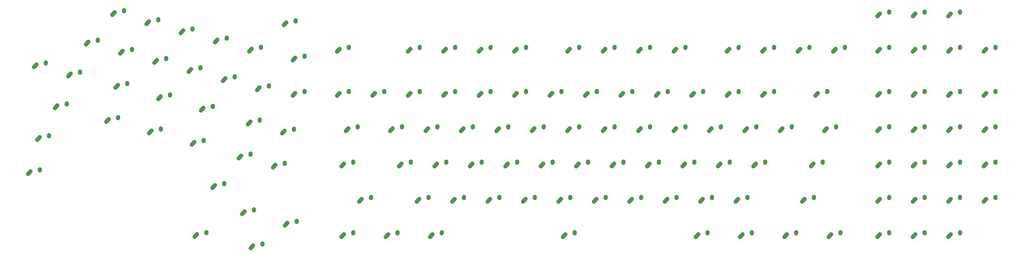
<source format=gtl>
G04 #@! TF.GenerationSoftware,KiCad,Pcbnew,(5.1.6)-1*
G04 #@! TF.CreationDate,2020-08-30T16:27:27-04:00*
G04 #@! TF.ProjectId,keyboard,6b657962-6f61-4726-942e-6b696361645f,rev?*
G04 #@! TF.SameCoordinates,Original*
G04 #@! TF.FileFunction,Copper,L1,Top*
G04 #@! TF.FilePolarity,Positive*
%FSLAX46Y46*%
G04 Gerber Fmt 4.6, Leading zero omitted, Abs format (unit mm)*
G04 Created by KiCad (PCBNEW (5.1.6)-1) date 2020-08-30 16:27:27*
%MOMM*%
%LPD*%
G01*
G04 APERTURE LIST*
G04 #@! TA.AperFunction,ComponentPad*
%ADD10C,2.250000*%
G04 #@! TD*
G04 APERTURE END LIST*
D10*
X88819126Y-154115000D03*
G04 #@! TA.AperFunction,ComponentPad*
G36*
G01*
X86757809Y-156412345D02*
X86757809Y-156412345D01*
G75*
G02*
X86671781Y-154823683I751317J837345D01*
G01*
X87981783Y-153363683D01*
G75*
G02*
X89570445Y-153277655I837345J-751317D01*
G01*
X89570445Y-153277655D01*
G75*
G02*
X89656473Y-154866317I-751317J-837345D01*
G01*
X88346471Y-156326317D01*
G75*
G02*
X86757809Y-156412345I-837345J751317D01*
G01*
G37*
G04 #@! TD.AperFunction*
G04 #@! TA.AperFunction,ComponentPad*
G36*
G01*
X93741723Y-154737334D02*
X93741723Y-154737334D01*
G75*
G02*
X92696792Y-153537597I77403J1122334D01*
G01*
X92736792Y-152957597D01*
G75*
G02*
X93936529Y-151912666I1122334J-77403D01*
G01*
X93936529Y-151912666D01*
G75*
G02*
X94981460Y-153112403I-77403J-1122334D01*
G01*
X94941460Y-153692403D01*
G75*
G02*
X93741723Y-154737334I-1122334J77403D01*
G01*
G37*
G04 #@! TD.AperFunction*
X93859126Y-153035000D03*
X107220013Y-159045503D03*
G04 #@! TA.AperFunction,ComponentPad*
G36*
G01*
X105158696Y-161342848D02*
X105158696Y-161342848D01*
G75*
G02*
X105072668Y-159754186I751317J837345D01*
G01*
X106382670Y-158294186D01*
G75*
G02*
X107971332Y-158208158I837345J-751317D01*
G01*
X107971332Y-158208158D01*
G75*
G02*
X108057360Y-159796820I-751317J-837345D01*
G01*
X106747358Y-161256820D01*
G75*
G02*
X105158696Y-161342848I-837345J751317D01*
G01*
G37*
G04 #@! TD.AperFunction*
G04 #@! TA.AperFunction,ComponentPad*
G36*
G01*
X112142610Y-159667837D02*
X112142610Y-159667837D01*
G75*
G02*
X111097679Y-158468100I77403J1122334D01*
G01*
X111137679Y-157888100D01*
G75*
G02*
X112337416Y-156843169I1122334J-77403D01*
G01*
X112337416Y-156843169D01*
G75*
G02*
X113382347Y-158042906I-77403J-1122334D01*
G01*
X113342347Y-158622906D01*
G75*
G02*
X112142610Y-159667837I-1122334J77403D01*
G01*
G37*
G04 #@! TD.AperFunction*
X112260013Y-157965503D03*
X181091686Y-159606117D03*
G04 #@! TA.AperFunction,ComponentPad*
G36*
G01*
X179030369Y-161903462D02*
X179030369Y-161903462D01*
G75*
G02*
X178944341Y-160314800I751317J837345D01*
G01*
X180254343Y-158854800D01*
G75*
G02*
X181843005Y-158768772I837345J-751317D01*
G01*
X181843005Y-158768772D01*
G75*
G02*
X181929033Y-160357434I-751317J-837345D01*
G01*
X180619031Y-161817434D01*
G75*
G02*
X179030369Y-161903462I-837345J751317D01*
G01*
G37*
G04 #@! TD.AperFunction*
G04 #@! TA.AperFunction,ComponentPad*
G36*
G01*
X186014283Y-160228451D02*
X186014283Y-160228451D01*
G75*
G02*
X184969352Y-159028714I77403J1122334D01*
G01*
X185009352Y-158448714D01*
G75*
G02*
X186209089Y-157403783I1122334J-77403D01*
G01*
X186209089Y-157403783D01*
G75*
G02*
X187254020Y-158603520I-77403J-1122334D01*
G01*
X187214020Y-159183520D01*
G75*
G02*
X186014283Y-160228451I-1122334J77403D01*
G01*
G37*
G04 #@! TD.AperFunction*
X186131686Y-158526117D03*
X500179186Y-154843617D03*
G04 #@! TA.AperFunction,ComponentPad*
G36*
G01*
X498117869Y-157140962D02*
X498117869Y-157140962D01*
G75*
G02*
X498031841Y-155552300I751317J837345D01*
G01*
X499341843Y-154092300D01*
G75*
G02*
X500930505Y-154006272I837345J-751317D01*
G01*
X500930505Y-154006272D01*
G75*
G02*
X501016533Y-155594934I-751317J-837345D01*
G01*
X499706531Y-157054934D01*
G75*
G02*
X498117869Y-157140962I-837345J751317D01*
G01*
G37*
G04 #@! TD.AperFunction*
G04 #@! TA.AperFunction,ComponentPad*
G36*
G01*
X505101783Y-155465951D02*
X505101783Y-155465951D01*
G75*
G02*
X504056852Y-154266214I77403J1122334D01*
G01*
X504096852Y-153686214D01*
G75*
G02*
X505296589Y-152641283I1122334J-77403D01*
G01*
X505296589Y-152641283D01*
G75*
G02*
X506341520Y-153841020I-77403J-1122334D01*
G01*
X506301520Y-154421020D01*
G75*
G02*
X505101783Y-155465951I-1122334J77403D01*
G01*
G37*
G04 #@! TD.AperFunction*
X505219186Y-153763617D03*
X519229186Y-154843617D03*
G04 #@! TA.AperFunction,ComponentPad*
G36*
G01*
X517167869Y-157140962D02*
X517167869Y-157140962D01*
G75*
G02*
X517081841Y-155552300I751317J837345D01*
G01*
X518391843Y-154092300D01*
G75*
G02*
X519980505Y-154006272I837345J-751317D01*
G01*
X519980505Y-154006272D01*
G75*
G02*
X520066533Y-155594934I-751317J-837345D01*
G01*
X518756531Y-157054934D01*
G75*
G02*
X517167869Y-157140962I-837345J751317D01*
G01*
G37*
G04 #@! TD.AperFunction*
G04 #@! TA.AperFunction,ComponentPad*
G36*
G01*
X524151783Y-155465951D02*
X524151783Y-155465951D01*
G75*
G02*
X523106852Y-154266214I77403J1122334D01*
G01*
X523146852Y-153686214D01*
G75*
G02*
X524346589Y-152641283I1122334J-77403D01*
G01*
X524346589Y-152641283D01*
G75*
G02*
X525391520Y-153841020I-77403J-1122334D01*
G01*
X525351520Y-154421020D01*
G75*
G02*
X524151783Y-155465951I-1122334J77403D01*
G01*
G37*
G04 #@! TD.AperFunction*
X524269186Y-153763617D03*
X538279186Y-154843617D03*
G04 #@! TA.AperFunction,ComponentPad*
G36*
G01*
X536217869Y-157140962D02*
X536217869Y-157140962D01*
G75*
G02*
X536131841Y-155552300I751317J837345D01*
G01*
X537441843Y-154092300D01*
G75*
G02*
X539030505Y-154006272I837345J-751317D01*
G01*
X539030505Y-154006272D01*
G75*
G02*
X539116533Y-155594934I-751317J-837345D01*
G01*
X537806531Y-157054934D01*
G75*
G02*
X536217869Y-157140962I-837345J751317D01*
G01*
G37*
G04 #@! TD.AperFunction*
G04 #@! TA.AperFunction,ComponentPad*
G36*
G01*
X543201783Y-155465951D02*
X543201783Y-155465951D01*
G75*
G02*
X542156852Y-154266214I77403J1122334D01*
G01*
X542196852Y-153686214D01*
G75*
G02*
X543396589Y-152641283I1122334J-77403D01*
G01*
X543396589Y-152641283D01*
G75*
G02*
X544441520Y-153841020I-77403J-1122334D01*
G01*
X544401520Y-154421020D01*
G75*
G02*
X543201783Y-155465951I-1122334J77403D01*
G01*
G37*
G04 #@! TD.AperFunction*
X543319186Y-153763617D03*
X74688179Y-170050636D03*
G04 #@! TA.AperFunction,ComponentPad*
G36*
G01*
X72626862Y-172347981D02*
X72626862Y-172347981D01*
G75*
G02*
X72540834Y-170759319I751317J837345D01*
G01*
X73850836Y-169299319D01*
G75*
G02*
X75439498Y-169213291I837345J-751317D01*
G01*
X75439498Y-169213291D01*
G75*
G02*
X75525526Y-170801953I-751317J-837345D01*
G01*
X74215524Y-172261953D01*
G75*
G02*
X72626862Y-172347981I-837345J751317D01*
G01*
G37*
G04 #@! TD.AperFunction*
G04 #@! TA.AperFunction,ComponentPad*
G36*
G01*
X79610776Y-170672970D02*
X79610776Y-170672970D01*
G75*
G02*
X78565845Y-169473233I77403J1122334D01*
G01*
X78605845Y-168893233D01*
G75*
G02*
X79805582Y-167848302I1122334J-77403D01*
G01*
X79805582Y-167848302D01*
G75*
G02*
X80850513Y-169048039I-77403J-1122334D01*
G01*
X80810513Y-169628039D01*
G75*
G02*
X79610776Y-170672970I-1122334J77403D01*
G01*
G37*
G04 #@! TD.AperFunction*
X79728179Y-168970636D03*
X93089066Y-174981138D03*
G04 #@! TA.AperFunction,ComponentPad*
G36*
G01*
X91027749Y-177278483D02*
X91027749Y-177278483D01*
G75*
G02*
X90941721Y-175689821I751317J837345D01*
G01*
X92251723Y-174229821D01*
G75*
G02*
X93840385Y-174143793I837345J-751317D01*
G01*
X93840385Y-174143793D01*
G75*
G02*
X93926413Y-175732455I-751317J-837345D01*
G01*
X92616411Y-177192455D01*
G75*
G02*
X91027749Y-177278483I-837345J751317D01*
G01*
G37*
G04 #@! TD.AperFunction*
G04 #@! TA.AperFunction,ComponentPad*
G36*
G01*
X98011663Y-175603472D02*
X98011663Y-175603472D01*
G75*
G02*
X96966732Y-174403735I77403J1122334D01*
G01*
X97006732Y-173823735D01*
G75*
G02*
X98206469Y-172778804I1122334J-77403D01*
G01*
X98206469Y-172778804D01*
G75*
G02*
X99251400Y-173978541I-77403J-1122334D01*
G01*
X99211400Y-174558541D01*
G75*
G02*
X98011663Y-175603472I-1122334J77403D01*
G01*
G37*
G04 #@! TD.AperFunction*
X98129066Y-173901138D03*
X111489953Y-179911641D03*
G04 #@! TA.AperFunction,ComponentPad*
G36*
G01*
X109428636Y-182208986D02*
X109428636Y-182208986D01*
G75*
G02*
X109342608Y-180620324I751317J837345D01*
G01*
X110652610Y-179160324D01*
G75*
G02*
X112241272Y-179074296I837345J-751317D01*
G01*
X112241272Y-179074296D01*
G75*
G02*
X112327300Y-180662958I-751317J-837345D01*
G01*
X111017298Y-182122958D01*
G75*
G02*
X109428636Y-182208986I-837345J751317D01*
G01*
G37*
G04 #@! TD.AperFunction*
G04 #@! TA.AperFunction,ComponentPad*
G36*
G01*
X116412550Y-180533975D02*
X116412550Y-180533975D01*
G75*
G02*
X115367619Y-179334238I77403J1122334D01*
G01*
X115407619Y-178754238D01*
G75*
G02*
X116607356Y-177709307I1122334J-77403D01*
G01*
X116607356Y-177709307D01*
G75*
G02*
X117652287Y-178909044I-77403J-1122334D01*
G01*
X117612287Y-179489044D01*
G75*
G02*
X116412550Y-180533975I-1122334J77403D01*
G01*
G37*
G04 #@! TD.AperFunction*
X116529953Y-178831641D03*
X125620900Y-163976006D03*
G04 #@! TA.AperFunction,ComponentPad*
G36*
G01*
X123559583Y-166273351D02*
X123559583Y-166273351D01*
G75*
G02*
X123473555Y-164684689I751317J837345D01*
G01*
X124783557Y-163224689D01*
G75*
G02*
X126372219Y-163138661I837345J-751317D01*
G01*
X126372219Y-163138661D01*
G75*
G02*
X126458247Y-164727323I-751317J-837345D01*
G01*
X125148245Y-166187323D01*
G75*
G02*
X123559583Y-166273351I-837345J751317D01*
G01*
G37*
G04 #@! TD.AperFunction*
G04 #@! TA.AperFunction,ComponentPad*
G36*
G01*
X130543497Y-164598340D02*
X130543497Y-164598340D01*
G75*
G02*
X129498566Y-163398603I77403J1122334D01*
G01*
X129538566Y-162818603D01*
G75*
G02*
X130738303Y-161773672I1122334J-77403D01*
G01*
X130738303Y-161773672D01*
G75*
G02*
X131783234Y-162973409I-77403J-1122334D01*
G01*
X131743234Y-163553409D01*
G75*
G02*
X130543497Y-164598340I-1122334J77403D01*
G01*
G37*
G04 #@! TD.AperFunction*
X130660900Y-162896006D03*
X144021787Y-168906508D03*
G04 #@! TA.AperFunction,ComponentPad*
G36*
G01*
X141960470Y-171203853D02*
X141960470Y-171203853D01*
G75*
G02*
X141874442Y-169615191I751317J837345D01*
G01*
X143184444Y-168155191D01*
G75*
G02*
X144773106Y-168069163I837345J-751317D01*
G01*
X144773106Y-168069163D01*
G75*
G02*
X144859134Y-169657825I-751317J-837345D01*
G01*
X143549132Y-171117825D01*
G75*
G02*
X141960470Y-171203853I-837345J751317D01*
G01*
G37*
G04 #@! TD.AperFunction*
G04 #@! TA.AperFunction,ComponentPad*
G36*
G01*
X148944384Y-169528842D02*
X148944384Y-169528842D01*
G75*
G02*
X147899453Y-168329105I77403J1122334D01*
G01*
X147939453Y-167749105D01*
G75*
G02*
X149139190Y-166704174I1122334J-77403D01*
G01*
X149139190Y-166704174D01*
G75*
G02*
X150184121Y-167903911I-77403J-1122334D01*
G01*
X150144121Y-168483911D01*
G75*
G02*
X148944384Y-169528842I-1122334J77403D01*
G01*
G37*
G04 #@! TD.AperFunction*
X149061787Y-167826508D03*
X162422674Y-173837011D03*
G04 #@! TA.AperFunction,ComponentPad*
G36*
G01*
X160361357Y-176134356D02*
X160361357Y-176134356D01*
G75*
G02*
X160275329Y-174545694I751317J837345D01*
G01*
X161585331Y-173085694D01*
G75*
G02*
X163173993Y-172999666I837345J-751317D01*
G01*
X163173993Y-172999666D01*
G75*
G02*
X163260021Y-174588328I-751317J-837345D01*
G01*
X161950019Y-176048328D01*
G75*
G02*
X160361357Y-176134356I-837345J751317D01*
G01*
G37*
G04 #@! TD.AperFunction*
G04 #@! TA.AperFunction,ComponentPad*
G36*
G01*
X167345271Y-174459345D02*
X167345271Y-174459345D01*
G75*
G02*
X166300340Y-173259608I77403J1122334D01*
G01*
X166340340Y-172679608D01*
G75*
G02*
X167540077Y-171634677I1122334J-77403D01*
G01*
X167540077Y-171634677D01*
G75*
G02*
X168585008Y-172834414I-77403J-1122334D01*
G01*
X168545008Y-173414414D01*
G75*
G02*
X167345271Y-174459345I-1122334J77403D01*
G01*
G37*
G04 #@! TD.AperFunction*
X167462674Y-172757011D03*
X185854186Y-178656117D03*
G04 #@! TA.AperFunction,ComponentPad*
G36*
G01*
X183792869Y-180953462D02*
X183792869Y-180953462D01*
G75*
G02*
X183706841Y-179364800I751317J837345D01*
G01*
X185016843Y-177904800D01*
G75*
G02*
X186605505Y-177818772I837345J-751317D01*
G01*
X186605505Y-177818772D01*
G75*
G02*
X186691533Y-179407434I-751317J-837345D01*
G01*
X185381531Y-180867434D01*
G75*
G02*
X183792869Y-180953462I-837345J751317D01*
G01*
G37*
G04 #@! TD.AperFunction*
G04 #@! TA.AperFunction,ComponentPad*
G36*
G01*
X190776783Y-179278451D02*
X190776783Y-179278451D01*
G75*
G02*
X189731852Y-178078714I77403J1122334D01*
G01*
X189771852Y-177498714D01*
G75*
G02*
X190971589Y-176453783I1122334J-77403D01*
G01*
X190971589Y-176453783D01*
G75*
G02*
X192016520Y-177653520I-77403J-1122334D01*
G01*
X191976520Y-178233520D01*
G75*
G02*
X190776783Y-179278451I-1122334J77403D01*
G01*
G37*
G04 #@! TD.AperFunction*
X190894186Y-177576117D03*
X209666686Y-173893617D03*
G04 #@! TA.AperFunction,ComponentPad*
G36*
G01*
X207605369Y-176190962D02*
X207605369Y-176190962D01*
G75*
G02*
X207519341Y-174602300I751317J837345D01*
G01*
X208829343Y-173142300D01*
G75*
G02*
X210418005Y-173056272I837345J-751317D01*
G01*
X210418005Y-173056272D01*
G75*
G02*
X210504033Y-174644934I-751317J-837345D01*
G01*
X209194031Y-176104934D01*
G75*
G02*
X207605369Y-176190962I-837345J751317D01*
G01*
G37*
G04 #@! TD.AperFunction*
G04 #@! TA.AperFunction,ComponentPad*
G36*
G01*
X214589283Y-174515951D02*
X214589283Y-174515951D01*
G75*
G02*
X213544352Y-173316214I77403J1122334D01*
G01*
X213584352Y-172736214D01*
G75*
G02*
X214784089Y-171691283I1122334J-77403D01*
G01*
X214784089Y-171691283D01*
G75*
G02*
X215829020Y-172891020I-77403J-1122334D01*
G01*
X215789020Y-173471020D01*
G75*
G02*
X214589283Y-174515951I-1122334J77403D01*
G01*
G37*
G04 #@! TD.AperFunction*
X214706686Y-172813617D03*
X247766686Y-173893617D03*
G04 #@! TA.AperFunction,ComponentPad*
G36*
G01*
X245705369Y-176190962D02*
X245705369Y-176190962D01*
G75*
G02*
X245619341Y-174602300I751317J837345D01*
G01*
X246929343Y-173142300D01*
G75*
G02*
X248518005Y-173056272I837345J-751317D01*
G01*
X248518005Y-173056272D01*
G75*
G02*
X248604033Y-174644934I-751317J-837345D01*
G01*
X247294031Y-176104934D01*
G75*
G02*
X245705369Y-176190962I-837345J751317D01*
G01*
G37*
G04 #@! TD.AperFunction*
G04 #@! TA.AperFunction,ComponentPad*
G36*
G01*
X252689283Y-174515951D02*
X252689283Y-174515951D01*
G75*
G02*
X251644352Y-173316214I77403J1122334D01*
G01*
X251684352Y-172736214D01*
G75*
G02*
X252884089Y-171691283I1122334J-77403D01*
G01*
X252884089Y-171691283D01*
G75*
G02*
X253929020Y-172891020I-77403J-1122334D01*
G01*
X253889020Y-173471020D01*
G75*
G02*
X252689283Y-174515951I-1122334J77403D01*
G01*
G37*
G04 #@! TD.AperFunction*
X252806686Y-172813617D03*
X266816686Y-173893617D03*
G04 #@! TA.AperFunction,ComponentPad*
G36*
G01*
X264755369Y-176190962D02*
X264755369Y-176190962D01*
G75*
G02*
X264669341Y-174602300I751317J837345D01*
G01*
X265979343Y-173142300D01*
G75*
G02*
X267568005Y-173056272I837345J-751317D01*
G01*
X267568005Y-173056272D01*
G75*
G02*
X267654033Y-174644934I-751317J-837345D01*
G01*
X266344031Y-176104934D01*
G75*
G02*
X264755369Y-176190962I-837345J751317D01*
G01*
G37*
G04 #@! TD.AperFunction*
G04 #@! TA.AperFunction,ComponentPad*
G36*
G01*
X271739283Y-174515951D02*
X271739283Y-174515951D01*
G75*
G02*
X270694352Y-173316214I77403J1122334D01*
G01*
X270734352Y-172736214D01*
G75*
G02*
X271934089Y-171691283I1122334J-77403D01*
G01*
X271934089Y-171691283D01*
G75*
G02*
X272979020Y-172891020I-77403J-1122334D01*
G01*
X272939020Y-173471020D01*
G75*
G02*
X271739283Y-174515951I-1122334J77403D01*
G01*
G37*
G04 #@! TD.AperFunction*
X271856686Y-172813617D03*
X285866686Y-173893617D03*
G04 #@! TA.AperFunction,ComponentPad*
G36*
G01*
X283805369Y-176190962D02*
X283805369Y-176190962D01*
G75*
G02*
X283719341Y-174602300I751317J837345D01*
G01*
X285029343Y-173142300D01*
G75*
G02*
X286618005Y-173056272I837345J-751317D01*
G01*
X286618005Y-173056272D01*
G75*
G02*
X286704033Y-174644934I-751317J-837345D01*
G01*
X285394031Y-176104934D01*
G75*
G02*
X283805369Y-176190962I-837345J751317D01*
G01*
G37*
G04 #@! TD.AperFunction*
G04 #@! TA.AperFunction,ComponentPad*
G36*
G01*
X290789283Y-174515951D02*
X290789283Y-174515951D01*
G75*
G02*
X289744352Y-173316214I77403J1122334D01*
G01*
X289784352Y-172736214D01*
G75*
G02*
X290984089Y-171691283I1122334J-77403D01*
G01*
X290984089Y-171691283D01*
G75*
G02*
X292029020Y-172891020I-77403J-1122334D01*
G01*
X291989020Y-173471020D01*
G75*
G02*
X290789283Y-174515951I-1122334J77403D01*
G01*
G37*
G04 #@! TD.AperFunction*
X290906686Y-172813617D03*
X304916686Y-173893617D03*
G04 #@! TA.AperFunction,ComponentPad*
G36*
G01*
X302855369Y-176190962D02*
X302855369Y-176190962D01*
G75*
G02*
X302769341Y-174602300I751317J837345D01*
G01*
X304079343Y-173142300D01*
G75*
G02*
X305668005Y-173056272I837345J-751317D01*
G01*
X305668005Y-173056272D01*
G75*
G02*
X305754033Y-174644934I-751317J-837345D01*
G01*
X304444031Y-176104934D01*
G75*
G02*
X302855369Y-176190962I-837345J751317D01*
G01*
G37*
G04 #@! TD.AperFunction*
G04 #@! TA.AperFunction,ComponentPad*
G36*
G01*
X309839283Y-174515951D02*
X309839283Y-174515951D01*
G75*
G02*
X308794352Y-173316214I77403J1122334D01*
G01*
X308834352Y-172736214D01*
G75*
G02*
X310034089Y-171691283I1122334J-77403D01*
G01*
X310034089Y-171691283D01*
G75*
G02*
X311079020Y-172891020I-77403J-1122334D01*
G01*
X311039020Y-173471020D01*
G75*
G02*
X309839283Y-174515951I-1122334J77403D01*
G01*
G37*
G04 #@! TD.AperFunction*
X309956686Y-172813617D03*
X333491686Y-173893617D03*
G04 #@! TA.AperFunction,ComponentPad*
G36*
G01*
X331430369Y-176190962D02*
X331430369Y-176190962D01*
G75*
G02*
X331344341Y-174602300I751317J837345D01*
G01*
X332654343Y-173142300D01*
G75*
G02*
X334243005Y-173056272I837345J-751317D01*
G01*
X334243005Y-173056272D01*
G75*
G02*
X334329033Y-174644934I-751317J-837345D01*
G01*
X333019031Y-176104934D01*
G75*
G02*
X331430369Y-176190962I-837345J751317D01*
G01*
G37*
G04 #@! TD.AperFunction*
G04 #@! TA.AperFunction,ComponentPad*
G36*
G01*
X338414283Y-174515951D02*
X338414283Y-174515951D01*
G75*
G02*
X337369352Y-173316214I77403J1122334D01*
G01*
X337409352Y-172736214D01*
G75*
G02*
X338609089Y-171691283I1122334J-77403D01*
G01*
X338609089Y-171691283D01*
G75*
G02*
X339654020Y-172891020I-77403J-1122334D01*
G01*
X339614020Y-173471020D01*
G75*
G02*
X338414283Y-174515951I-1122334J77403D01*
G01*
G37*
G04 #@! TD.AperFunction*
X338531686Y-172813617D03*
X352541686Y-173893617D03*
G04 #@! TA.AperFunction,ComponentPad*
G36*
G01*
X350480369Y-176190962D02*
X350480369Y-176190962D01*
G75*
G02*
X350394341Y-174602300I751317J837345D01*
G01*
X351704343Y-173142300D01*
G75*
G02*
X353293005Y-173056272I837345J-751317D01*
G01*
X353293005Y-173056272D01*
G75*
G02*
X353379033Y-174644934I-751317J-837345D01*
G01*
X352069031Y-176104934D01*
G75*
G02*
X350480369Y-176190962I-837345J751317D01*
G01*
G37*
G04 #@! TD.AperFunction*
G04 #@! TA.AperFunction,ComponentPad*
G36*
G01*
X357464283Y-174515951D02*
X357464283Y-174515951D01*
G75*
G02*
X356419352Y-173316214I77403J1122334D01*
G01*
X356459352Y-172736214D01*
G75*
G02*
X357659089Y-171691283I1122334J-77403D01*
G01*
X357659089Y-171691283D01*
G75*
G02*
X358704020Y-172891020I-77403J-1122334D01*
G01*
X358664020Y-173471020D01*
G75*
G02*
X357464283Y-174515951I-1122334J77403D01*
G01*
G37*
G04 #@! TD.AperFunction*
X357581686Y-172813617D03*
X371591686Y-173893617D03*
G04 #@! TA.AperFunction,ComponentPad*
G36*
G01*
X369530369Y-176190962D02*
X369530369Y-176190962D01*
G75*
G02*
X369444341Y-174602300I751317J837345D01*
G01*
X370754343Y-173142300D01*
G75*
G02*
X372343005Y-173056272I837345J-751317D01*
G01*
X372343005Y-173056272D01*
G75*
G02*
X372429033Y-174644934I-751317J-837345D01*
G01*
X371119031Y-176104934D01*
G75*
G02*
X369530369Y-176190962I-837345J751317D01*
G01*
G37*
G04 #@! TD.AperFunction*
G04 #@! TA.AperFunction,ComponentPad*
G36*
G01*
X376514283Y-174515951D02*
X376514283Y-174515951D01*
G75*
G02*
X375469352Y-173316214I77403J1122334D01*
G01*
X375509352Y-172736214D01*
G75*
G02*
X376709089Y-171691283I1122334J-77403D01*
G01*
X376709089Y-171691283D01*
G75*
G02*
X377754020Y-172891020I-77403J-1122334D01*
G01*
X377714020Y-173471020D01*
G75*
G02*
X376514283Y-174515951I-1122334J77403D01*
G01*
G37*
G04 #@! TD.AperFunction*
X376631686Y-172813617D03*
X390641686Y-173893617D03*
G04 #@! TA.AperFunction,ComponentPad*
G36*
G01*
X388580369Y-176190962D02*
X388580369Y-176190962D01*
G75*
G02*
X388494341Y-174602300I751317J837345D01*
G01*
X389804343Y-173142300D01*
G75*
G02*
X391393005Y-173056272I837345J-751317D01*
G01*
X391393005Y-173056272D01*
G75*
G02*
X391479033Y-174644934I-751317J-837345D01*
G01*
X390169031Y-176104934D01*
G75*
G02*
X388580369Y-176190962I-837345J751317D01*
G01*
G37*
G04 #@! TD.AperFunction*
G04 #@! TA.AperFunction,ComponentPad*
G36*
G01*
X395564283Y-174515951D02*
X395564283Y-174515951D01*
G75*
G02*
X394519352Y-173316214I77403J1122334D01*
G01*
X394559352Y-172736214D01*
G75*
G02*
X395759089Y-171691283I1122334J-77403D01*
G01*
X395759089Y-171691283D01*
G75*
G02*
X396804020Y-172891020I-77403J-1122334D01*
G01*
X396764020Y-173471020D01*
G75*
G02*
X395564283Y-174515951I-1122334J77403D01*
G01*
G37*
G04 #@! TD.AperFunction*
X395681686Y-172813617D03*
X419216686Y-173893617D03*
G04 #@! TA.AperFunction,ComponentPad*
G36*
G01*
X417155369Y-176190962D02*
X417155369Y-176190962D01*
G75*
G02*
X417069341Y-174602300I751317J837345D01*
G01*
X418379343Y-173142300D01*
G75*
G02*
X419968005Y-173056272I837345J-751317D01*
G01*
X419968005Y-173056272D01*
G75*
G02*
X420054033Y-174644934I-751317J-837345D01*
G01*
X418744031Y-176104934D01*
G75*
G02*
X417155369Y-176190962I-837345J751317D01*
G01*
G37*
G04 #@! TD.AperFunction*
G04 #@! TA.AperFunction,ComponentPad*
G36*
G01*
X424139283Y-174515951D02*
X424139283Y-174515951D01*
G75*
G02*
X423094352Y-173316214I77403J1122334D01*
G01*
X423134352Y-172736214D01*
G75*
G02*
X424334089Y-171691283I1122334J-77403D01*
G01*
X424334089Y-171691283D01*
G75*
G02*
X425379020Y-172891020I-77403J-1122334D01*
G01*
X425339020Y-173471020D01*
G75*
G02*
X424139283Y-174515951I-1122334J77403D01*
G01*
G37*
G04 #@! TD.AperFunction*
X424256686Y-172813617D03*
X438266686Y-173893617D03*
G04 #@! TA.AperFunction,ComponentPad*
G36*
G01*
X436205369Y-176190962D02*
X436205369Y-176190962D01*
G75*
G02*
X436119341Y-174602300I751317J837345D01*
G01*
X437429343Y-173142300D01*
G75*
G02*
X439018005Y-173056272I837345J-751317D01*
G01*
X439018005Y-173056272D01*
G75*
G02*
X439104033Y-174644934I-751317J-837345D01*
G01*
X437794031Y-176104934D01*
G75*
G02*
X436205369Y-176190962I-837345J751317D01*
G01*
G37*
G04 #@! TD.AperFunction*
G04 #@! TA.AperFunction,ComponentPad*
G36*
G01*
X443189283Y-174515951D02*
X443189283Y-174515951D01*
G75*
G02*
X442144352Y-173316214I77403J1122334D01*
G01*
X442184352Y-172736214D01*
G75*
G02*
X443384089Y-171691283I1122334J-77403D01*
G01*
X443384089Y-171691283D01*
G75*
G02*
X444429020Y-172891020I-77403J-1122334D01*
G01*
X444389020Y-173471020D01*
G75*
G02*
X443189283Y-174515951I-1122334J77403D01*
G01*
G37*
G04 #@! TD.AperFunction*
X443306686Y-172813617D03*
X457316686Y-173893617D03*
G04 #@! TA.AperFunction,ComponentPad*
G36*
G01*
X455255369Y-176190962D02*
X455255369Y-176190962D01*
G75*
G02*
X455169341Y-174602300I751317J837345D01*
G01*
X456479343Y-173142300D01*
G75*
G02*
X458068005Y-173056272I837345J-751317D01*
G01*
X458068005Y-173056272D01*
G75*
G02*
X458154033Y-174644934I-751317J-837345D01*
G01*
X456844031Y-176104934D01*
G75*
G02*
X455255369Y-176190962I-837345J751317D01*
G01*
G37*
G04 #@! TD.AperFunction*
G04 #@! TA.AperFunction,ComponentPad*
G36*
G01*
X462239283Y-174515951D02*
X462239283Y-174515951D01*
G75*
G02*
X461194352Y-173316214I77403J1122334D01*
G01*
X461234352Y-172736214D01*
G75*
G02*
X462434089Y-171691283I1122334J-77403D01*
G01*
X462434089Y-171691283D01*
G75*
G02*
X463479020Y-172891020I-77403J-1122334D01*
G01*
X463439020Y-173471020D01*
G75*
G02*
X462239283Y-174515951I-1122334J77403D01*
G01*
G37*
G04 #@! TD.AperFunction*
X462356686Y-172813617D03*
X476366686Y-173893617D03*
G04 #@! TA.AperFunction,ComponentPad*
G36*
G01*
X474305369Y-176190962D02*
X474305369Y-176190962D01*
G75*
G02*
X474219341Y-174602300I751317J837345D01*
G01*
X475529343Y-173142300D01*
G75*
G02*
X477118005Y-173056272I837345J-751317D01*
G01*
X477118005Y-173056272D01*
G75*
G02*
X477204033Y-174644934I-751317J-837345D01*
G01*
X475894031Y-176104934D01*
G75*
G02*
X474305369Y-176190962I-837345J751317D01*
G01*
G37*
G04 #@! TD.AperFunction*
G04 #@! TA.AperFunction,ComponentPad*
G36*
G01*
X481289283Y-174515951D02*
X481289283Y-174515951D01*
G75*
G02*
X480244352Y-173316214I77403J1122334D01*
G01*
X480284352Y-172736214D01*
G75*
G02*
X481484089Y-171691283I1122334J-77403D01*
G01*
X481484089Y-171691283D01*
G75*
G02*
X482529020Y-172891020I-77403J-1122334D01*
G01*
X482489020Y-173471020D01*
G75*
G02*
X481289283Y-174515951I-1122334J77403D01*
G01*
G37*
G04 #@! TD.AperFunction*
X481406686Y-172813617D03*
X500179186Y-173893617D03*
G04 #@! TA.AperFunction,ComponentPad*
G36*
G01*
X498117869Y-176190962D02*
X498117869Y-176190962D01*
G75*
G02*
X498031841Y-174602300I751317J837345D01*
G01*
X499341843Y-173142300D01*
G75*
G02*
X500930505Y-173056272I837345J-751317D01*
G01*
X500930505Y-173056272D01*
G75*
G02*
X501016533Y-174644934I-751317J-837345D01*
G01*
X499706531Y-176104934D01*
G75*
G02*
X498117869Y-176190962I-837345J751317D01*
G01*
G37*
G04 #@! TD.AperFunction*
G04 #@! TA.AperFunction,ComponentPad*
G36*
G01*
X505101783Y-174515951D02*
X505101783Y-174515951D01*
G75*
G02*
X504056852Y-173316214I77403J1122334D01*
G01*
X504096852Y-172736214D01*
G75*
G02*
X505296589Y-171691283I1122334J-77403D01*
G01*
X505296589Y-171691283D01*
G75*
G02*
X506341520Y-172891020I-77403J-1122334D01*
G01*
X506301520Y-173471020D01*
G75*
G02*
X505101783Y-174515951I-1122334J77403D01*
G01*
G37*
G04 #@! TD.AperFunction*
X505219186Y-172813617D03*
X519229186Y-173893617D03*
G04 #@! TA.AperFunction,ComponentPad*
G36*
G01*
X517167869Y-176190962D02*
X517167869Y-176190962D01*
G75*
G02*
X517081841Y-174602300I751317J837345D01*
G01*
X518391843Y-173142300D01*
G75*
G02*
X519980505Y-173056272I837345J-751317D01*
G01*
X519980505Y-173056272D01*
G75*
G02*
X520066533Y-174644934I-751317J-837345D01*
G01*
X518756531Y-176104934D01*
G75*
G02*
X517167869Y-176190962I-837345J751317D01*
G01*
G37*
G04 #@! TD.AperFunction*
G04 #@! TA.AperFunction,ComponentPad*
G36*
G01*
X524151783Y-174515951D02*
X524151783Y-174515951D01*
G75*
G02*
X523106852Y-173316214I77403J1122334D01*
G01*
X523146852Y-172736214D01*
G75*
G02*
X524346589Y-171691283I1122334J-77403D01*
G01*
X524346589Y-171691283D01*
G75*
G02*
X525391520Y-172891020I-77403J-1122334D01*
G01*
X525351520Y-173471020D01*
G75*
G02*
X524151783Y-174515951I-1122334J77403D01*
G01*
G37*
G04 #@! TD.AperFunction*
X524269186Y-172813617D03*
X538279186Y-173893617D03*
G04 #@! TA.AperFunction,ComponentPad*
G36*
G01*
X536217869Y-176190962D02*
X536217869Y-176190962D01*
G75*
G02*
X536131841Y-174602300I751317J837345D01*
G01*
X537441843Y-173142300D01*
G75*
G02*
X539030505Y-173056272I837345J-751317D01*
G01*
X539030505Y-173056272D01*
G75*
G02*
X539116533Y-174644934I-751317J-837345D01*
G01*
X537806531Y-176104934D01*
G75*
G02*
X536217869Y-176190962I-837345J751317D01*
G01*
G37*
G04 #@! TD.AperFunction*
G04 #@! TA.AperFunction,ComponentPad*
G36*
G01*
X543201783Y-174515951D02*
X543201783Y-174515951D01*
G75*
G02*
X542156852Y-173316214I77403J1122334D01*
G01*
X542196852Y-172736214D01*
G75*
G02*
X543396589Y-171691283I1122334J-77403D01*
G01*
X543396589Y-171691283D01*
G75*
G02*
X544441520Y-172891020I-77403J-1122334D01*
G01*
X544401520Y-173471020D01*
G75*
G02*
X543201783Y-174515951I-1122334J77403D01*
G01*
G37*
G04 #@! TD.AperFunction*
X543319186Y-172813617D03*
X557329186Y-173893617D03*
G04 #@! TA.AperFunction,ComponentPad*
G36*
G01*
X555267869Y-176190962D02*
X555267869Y-176190962D01*
G75*
G02*
X555181841Y-174602300I751317J837345D01*
G01*
X556491843Y-173142300D01*
G75*
G02*
X558080505Y-173056272I837345J-751317D01*
G01*
X558080505Y-173056272D01*
G75*
G02*
X558166533Y-174644934I-751317J-837345D01*
G01*
X556856531Y-176104934D01*
G75*
G02*
X555267869Y-176190962I-837345J751317D01*
G01*
G37*
G04 #@! TD.AperFunction*
G04 #@! TA.AperFunction,ComponentPad*
G36*
G01*
X562251783Y-174515951D02*
X562251783Y-174515951D01*
G75*
G02*
X561206852Y-173316214I77403J1122334D01*
G01*
X561246852Y-172736214D01*
G75*
G02*
X562446589Y-171691283I1122334J-77403D01*
G01*
X562446589Y-171691283D01*
G75*
G02*
X563491520Y-172891020I-77403J-1122334D01*
G01*
X563451520Y-173471020D01*
G75*
G02*
X562251783Y-174515951I-1122334J77403D01*
G01*
G37*
G04 #@! TD.AperFunction*
X562369186Y-172813617D03*
X46756568Y-182288394D03*
G04 #@! TA.AperFunction,ComponentPad*
G36*
G01*
X44695251Y-184585739D02*
X44695251Y-184585739D01*
G75*
G02*
X44609223Y-182997077I751317J837345D01*
G01*
X45919225Y-181537077D01*
G75*
G02*
X47507887Y-181451049I837345J-751317D01*
G01*
X47507887Y-181451049D01*
G75*
G02*
X47593915Y-183039711I-751317J-837345D01*
G01*
X46283913Y-184499711D01*
G75*
G02*
X44695251Y-184585739I-837345J751317D01*
G01*
G37*
G04 #@! TD.AperFunction*
G04 #@! TA.AperFunction,ComponentPad*
G36*
G01*
X51679165Y-182910728D02*
X51679165Y-182910728D01*
G75*
G02*
X50634234Y-181710991I77403J1122334D01*
G01*
X50674234Y-181130991D01*
G75*
G02*
X51873971Y-180086060I1122334J-77403D01*
G01*
X51873971Y-180086060D01*
G75*
G02*
X52918902Y-181285797I-77403J-1122334D01*
G01*
X52878902Y-181865797D01*
G75*
G02*
X51679165Y-182910728I-1122334J77403D01*
G01*
G37*
G04 #@! TD.AperFunction*
X51796568Y-181208394D03*
X65157455Y-187218897D03*
G04 #@! TA.AperFunction,ComponentPad*
G36*
G01*
X63096138Y-189516242D02*
X63096138Y-189516242D01*
G75*
G02*
X63010110Y-187927580I751317J837345D01*
G01*
X64320112Y-186467580D01*
G75*
G02*
X65908774Y-186381552I837345J-751317D01*
G01*
X65908774Y-186381552D01*
G75*
G02*
X65994802Y-187970214I-751317J-837345D01*
G01*
X64684800Y-189430214D01*
G75*
G02*
X63096138Y-189516242I-837345J751317D01*
G01*
G37*
G04 #@! TD.AperFunction*
G04 #@! TA.AperFunction,ComponentPad*
G36*
G01*
X70080052Y-187841231D02*
X70080052Y-187841231D01*
G75*
G02*
X69035121Y-186641494I77403J1122334D01*
G01*
X69075121Y-186061494D01*
G75*
G02*
X70274858Y-185016563I1122334J-77403D01*
G01*
X70274858Y-185016563D01*
G75*
G02*
X71319789Y-186216300I-77403J-1122334D01*
G01*
X71279789Y-186796300D01*
G75*
G02*
X70080052Y-187841231I-1122334J77403D01*
G01*
G37*
G04 #@! TD.AperFunction*
X70197455Y-186138897D03*
X90539813Y-193382025D03*
G04 #@! TA.AperFunction,ComponentPad*
G36*
G01*
X88478496Y-195679370D02*
X88478496Y-195679370D01*
G75*
G02*
X88392468Y-194090708I751317J837345D01*
G01*
X89702470Y-192630708D01*
G75*
G02*
X91291132Y-192544680I837345J-751317D01*
G01*
X91291132Y-192544680D01*
G75*
G02*
X91377160Y-194133342I-751317J-837345D01*
G01*
X90067158Y-195593342D01*
G75*
G02*
X88478496Y-195679370I-837345J751317D01*
G01*
G37*
G04 #@! TD.AperFunction*
G04 #@! TA.AperFunction,ComponentPad*
G36*
G01*
X95462410Y-194004359D02*
X95462410Y-194004359D01*
G75*
G02*
X94417479Y-192804622I77403J1122334D01*
G01*
X94457479Y-192224622D01*
G75*
G02*
X95657216Y-191179691I1122334J-77403D01*
G01*
X95657216Y-191179691D01*
G75*
G02*
X96702147Y-192379428I-77403J-1122334D01*
G01*
X96662147Y-192959428D01*
G75*
G02*
X95462410Y-194004359I-1122334J77403D01*
G01*
G37*
G04 #@! TD.AperFunction*
X95579813Y-192302025D03*
X129890840Y-184842144D03*
G04 #@! TA.AperFunction,ComponentPad*
G36*
G01*
X127829523Y-187139489D02*
X127829523Y-187139489D01*
G75*
G02*
X127743495Y-185550827I751317J837345D01*
G01*
X129053497Y-184090827D01*
G75*
G02*
X130642159Y-184004799I837345J-751317D01*
G01*
X130642159Y-184004799D01*
G75*
G02*
X130728187Y-185593461I-751317J-837345D01*
G01*
X129418185Y-187053461D01*
G75*
G02*
X127829523Y-187139489I-837345J751317D01*
G01*
G37*
G04 #@! TD.AperFunction*
G04 #@! TA.AperFunction,ComponentPad*
G36*
G01*
X134813437Y-185464478D02*
X134813437Y-185464478D01*
G75*
G02*
X133768506Y-184264741I77403J1122334D01*
G01*
X133808506Y-183684741D01*
G75*
G02*
X135008243Y-182639810I1122334J-77403D01*
G01*
X135008243Y-182639810D01*
G75*
G02*
X136053174Y-183839547I-77403J-1122334D01*
G01*
X136013174Y-184419547D01*
G75*
G02*
X134813437Y-185464478I-1122334J77403D01*
G01*
G37*
G04 #@! TD.AperFunction*
X134930840Y-183762144D03*
X148291727Y-189772647D03*
G04 #@! TA.AperFunction,ComponentPad*
G36*
G01*
X146230410Y-192069992D02*
X146230410Y-192069992D01*
G75*
G02*
X146144382Y-190481330I751317J837345D01*
G01*
X147454384Y-189021330D01*
G75*
G02*
X149043046Y-188935302I837345J-751317D01*
G01*
X149043046Y-188935302D01*
G75*
G02*
X149129074Y-190523964I-751317J-837345D01*
G01*
X147819072Y-191983964D01*
G75*
G02*
X146230410Y-192069992I-837345J751317D01*
G01*
G37*
G04 #@! TD.AperFunction*
G04 #@! TA.AperFunction,ComponentPad*
G36*
G01*
X153214324Y-190394981D02*
X153214324Y-190394981D01*
G75*
G02*
X152169393Y-189195244I77403J1122334D01*
G01*
X152209393Y-188615244D01*
G75*
G02*
X153409130Y-187570313I1122334J-77403D01*
G01*
X153409130Y-187570313D01*
G75*
G02*
X154454061Y-188770050I-77403J-1122334D01*
G01*
X154414061Y-189350050D01*
G75*
G02*
X153214324Y-190394981I-1122334J77403D01*
G01*
G37*
G04 #@! TD.AperFunction*
X153331727Y-188692647D03*
X166692614Y-194703150D03*
G04 #@! TA.AperFunction,ComponentPad*
G36*
G01*
X164631297Y-197000495D02*
X164631297Y-197000495D01*
G75*
G02*
X164545269Y-195411833I751317J837345D01*
G01*
X165855271Y-193951833D01*
G75*
G02*
X167443933Y-193865805I837345J-751317D01*
G01*
X167443933Y-193865805D01*
G75*
G02*
X167529961Y-195454467I-751317J-837345D01*
G01*
X166219959Y-196914467D01*
G75*
G02*
X164631297Y-197000495I-837345J751317D01*
G01*
G37*
G04 #@! TD.AperFunction*
G04 #@! TA.AperFunction,ComponentPad*
G36*
G01*
X171615211Y-195325484D02*
X171615211Y-195325484D01*
G75*
G02*
X170570280Y-194125747I77403J1122334D01*
G01*
X170610280Y-193545747D01*
G75*
G02*
X171810017Y-192500816I1122334J-77403D01*
G01*
X171810017Y-192500816D01*
G75*
G02*
X172854948Y-193700553I-77403J-1122334D01*
G01*
X172814948Y-194280553D01*
G75*
G02*
X171615211Y-195325484I-1122334J77403D01*
G01*
G37*
G04 #@! TD.AperFunction*
X171732614Y-193623150D03*
X185854186Y-197706117D03*
G04 #@! TA.AperFunction,ComponentPad*
G36*
G01*
X183792869Y-200003462D02*
X183792869Y-200003462D01*
G75*
G02*
X183706841Y-198414800I751317J837345D01*
G01*
X185016843Y-196954800D01*
G75*
G02*
X186605505Y-196868772I837345J-751317D01*
G01*
X186605505Y-196868772D01*
G75*
G02*
X186691533Y-198457434I-751317J-837345D01*
G01*
X185381531Y-199917434D01*
G75*
G02*
X183792869Y-200003462I-837345J751317D01*
G01*
G37*
G04 #@! TD.AperFunction*
G04 #@! TA.AperFunction,ComponentPad*
G36*
G01*
X190776783Y-198328451D02*
X190776783Y-198328451D01*
G75*
G02*
X189731852Y-197128714I77403J1122334D01*
G01*
X189771852Y-196548714D01*
G75*
G02*
X190971589Y-195503783I1122334J-77403D01*
G01*
X190971589Y-195503783D01*
G75*
G02*
X192016520Y-196703520I-77403J-1122334D01*
G01*
X191976520Y-197283520D01*
G75*
G02*
X190776783Y-198328451I-1122334J77403D01*
G01*
G37*
G04 #@! TD.AperFunction*
X190894186Y-196626117D03*
X209666686Y-197706117D03*
G04 #@! TA.AperFunction,ComponentPad*
G36*
G01*
X207605369Y-200003462D02*
X207605369Y-200003462D01*
G75*
G02*
X207519341Y-198414800I751317J837345D01*
G01*
X208829343Y-196954800D01*
G75*
G02*
X210418005Y-196868772I837345J-751317D01*
G01*
X210418005Y-196868772D01*
G75*
G02*
X210504033Y-198457434I-751317J-837345D01*
G01*
X209194031Y-199917434D01*
G75*
G02*
X207605369Y-200003462I-837345J751317D01*
G01*
G37*
G04 #@! TD.AperFunction*
G04 #@! TA.AperFunction,ComponentPad*
G36*
G01*
X214589283Y-198328451D02*
X214589283Y-198328451D01*
G75*
G02*
X213544352Y-197128714I77403J1122334D01*
G01*
X213584352Y-196548714D01*
G75*
G02*
X214784089Y-195503783I1122334J-77403D01*
G01*
X214784089Y-195503783D01*
G75*
G02*
X215829020Y-196703520I-77403J-1122334D01*
G01*
X215789020Y-197283520D01*
G75*
G02*
X214589283Y-198328451I-1122334J77403D01*
G01*
G37*
G04 #@! TD.AperFunction*
X214706686Y-196626117D03*
X228716686Y-197706117D03*
G04 #@! TA.AperFunction,ComponentPad*
G36*
G01*
X226655369Y-200003462D02*
X226655369Y-200003462D01*
G75*
G02*
X226569341Y-198414800I751317J837345D01*
G01*
X227879343Y-196954800D01*
G75*
G02*
X229468005Y-196868772I837345J-751317D01*
G01*
X229468005Y-196868772D01*
G75*
G02*
X229554033Y-198457434I-751317J-837345D01*
G01*
X228244031Y-199917434D01*
G75*
G02*
X226655369Y-200003462I-837345J751317D01*
G01*
G37*
G04 #@! TD.AperFunction*
G04 #@! TA.AperFunction,ComponentPad*
G36*
G01*
X233639283Y-198328451D02*
X233639283Y-198328451D01*
G75*
G02*
X232594352Y-197128714I77403J1122334D01*
G01*
X232634352Y-196548714D01*
G75*
G02*
X233834089Y-195503783I1122334J-77403D01*
G01*
X233834089Y-195503783D01*
G75*
G02*
X234879020Y-196703520I-77403J-1122334D01*
G01*
X234839020Y-197283520D01*
G75*
G02*
X233639283Y-198328451I-1122334J77403D01*
G01*
G37*
G04 #@! TD.AperFunction*
X233756686Y-196626117D03*
X247766686Y-197706117D03*
G04 #@! TA.AperFunction,ComponentPad*
G36*
G01*
X245705369Y-200003462D02*
X245705369Y-200003462D01*
G75*
G02*
X245619341Y-198414800I751317J837345D01*
G01*
X246929343Y-196954800D01*
G75*
G02*
X248518005Y-196868772I837345J-751317D01*
G01*
X248518005Y-196868772D01*
G75*
G02*
X248604033Y-198457434I-751317J-837345D01*
G01*
X247294031Y-199917434D01*
G75*
G02*
X245705369Y-200003462I-837345J751317D01*
G01*
G37*
G04 #@! TD.AperFunction*
G04 #@! TA.AperFunction,ComponentPad*
G36*
G01*
X252689283Y-198328451D02*
X252689283Y-198328451D01*
G75*
G02*
X251644352Y-197128714I77403J1122334D01*
G01*
X251684352Y-196548714D01*
G75*
G02*
X252884089Y-195503783I1122334J-77403D01*
G01*
X252884089Y-195503783D01*
G75*
G02*
X253929020Y-196703520I-77403J-1122334D01*
G01*
X253889020Y-197283520D01*
G75*
G02*
X252689283Y-198328451I-1122334J77403D01*
G01*
G37*
G04 #@! TD.AperFunction*
X252806686Y-196626117D03*
X266816686Y-197706117D03*
G04 #@! TA.AperFunction,ComponentPad*
G36*
G01*
X264755369Y-200003462D02*
X264755369Y-200003462D01*
G75*
G02*
X264669341Y-198414800I751317J837345D01*
G01*
X265979343Y-196954800D01*
G75*
G02*
X267568005Y-196868772I837345J-751317D01*
G01*
X267568005Y-196868772D01*
G75*
G02*
X267654033Y-198457434I-751317J-837345D01*
G01*
X266344031Y-199917434D01*
G75*
G02*
X264755369Y-200003462I-837345J751317D01*
G01*
G37*
G04 #@! TD.AperFunction*
G04 #@! TA.AperFunction,ComponentPad*
G36*
G01*
X271739283Y-198328451D02*
X271739283Y-198328451D01*
G75*
G02*
X270694352Y-197128714I77403J1122334D01*
G01*
X270734352Y-196548714D01*
G75*
G02*
X271934089Y-195503783I1122334J-77403D01*
G01*
X271934089Y-195503783D01*
G75*
G02*
X272979020Y-196703520I-77403J-1122334D01*
G01*
X272939020Y-197283520D01*
G75*
G02*
X271739283Y-198328451I-1122334J77403D01*
G01*
G37*
G04 #@! TD.AperFunction*
X271856686Y-196626117D03*
X285866686Y-197706117D03*
G04 #@! TA.AperFunction,ComponentPad*
G36*
G01*
X283805369Y-200003462D02*
X283805369Y-200003462D01*
G75*
G02*
X283719341Y-198414800I751317J837345D01*
G01*
X285029343Y-196954800D01*
G75*
G02*
X286618005Y-196868772I837345J-751317D01*
G01*
X286618005Y-196868772D01*
G75*
G02*
X286704033Y-198457434I-751317J-837345D01*
G01*
X285394031Y-199917434D01*
G75*
G02*
X283805369Y-200003462I-837345J751317D01*
G01*
G37*
G04 #@! TD.AperFunction*
G04 #@! TA.AperFunction,ComponentPad*
G36*
G01*
X290789283Y-198328451D02*
X290789283Y-198328451D01*
G75*
G02*
X289744352Y-197128714I77403J1122334D01*
G01*
X289784352Y-196548714D01*
G75*
G02*
X290984089Y-195503783I1122334J-77403D01*
G01*
X290984089Y-195503783D01*
G75*
G02*
X292029020Y-196703520I-77403J-1122334D01*
G01*
X291989020Y-197283520D01*
G75*
G02*
X290789283Y-198328451I-1122334J77403D01*
G01*
G37*
G04 #@! TD.AperFunction*
X290906686Y-196626117D03*
X304916686Y-197706117D03*
G04 #@! TA.AperFunction,ComponentPad*
G36*
G01*
X302855369Y-200003462D02*
X302855369Y-200003462D01*
G75*
G02*
X302769341Y-198414800I751317J837345D01*
G01*
X304079343Y-196954800D01*
G75*
G02*
X305668005Y-196868772I837345J-751317D01*
G01*
X305668005Y-196868772D01*
G75*
G02*
X305754033Y-198457434I-751317J-837345D01*
G01*
X304444031Y-199917434D01*
G75*
G02*
X302855369Y-200003462I-837345J751317D01*
G01*
G37*
G04 #@! TD.AperFunction*
G04 #@! TA.AperFunction,ComponentPad*
G36*
G01*
X309839283Y-198328451D02*
X309839283Y-198328451D01*
G75*
G02*
X308794352Y-197128714I77403J1122334D01*
G01*
X308834352Y-196548714D01*
G75*
G02*
X310034089Y-195503783I1122334J-77403D01*
G01*
X310034089Y-195503783D01*
G75*
G02*
X311079020Y-196703520I-77403J-1122334D01*
G01*
X311039020Y-197283520D01*
G75*
G02*
X309839283Y-198328451I-1122334J77403D01*
G01*
G37*
G04 #@! TD.AperFunction*
X309956686Y-196626117D03*
X323966686Y-197706117D03*
G04 #@! TA.AperFunction,ComponentPad*
G36*
G01*
X321905369Y-200003462D02*
X321905369Y-200003462D01*
G75*
G02*
X321819341Y-198414800I751317J837345D01*
G01*
X323129343Y-196954800D01*
G75*
G02*
X324718005Y-196868772I837345J-751317D01*
G01*
X324718005Y-196868772D01*
G75*
G02*
X324804033Y-198457434I-751317J-837345D01*
G01*
X323494031Y-199917434D01*
G75*
G02*
X321905369Y-200003462I-837345J751317D01*
G01*
G37*
G04 #@! TD.AperFunction*
G04 #@! TA.AperFunction,ComponentPad*
G36*
G01*
X328889283Y-198328451D02*
X328889283Y-198328451D01*
G75*
G02*
X327844352Y-197128714I77403J1122334D01*
G01*
X327884352Y-196548714D01*
G75*
G02*
X329084089Y-195503783I1122334J-77403D01*
G01*
X329084089Y-195503783D01*
G75*
G02*
X330129020Y-196703520I-77403J-1122334D01*
G01*
X330089020Y-197283520D01*
G75*
G02*
X328889283Y-198328451I-1122334J77403D01*
G01*
G37*
G04 #@! TD.AperFunction*
X329006686Y-196626117D03*
X343016686Y-197706117D03*
G04 #@! TA.AperFunction,ComponentPad*
G36*
G01*
X340955369Y-200003462D02*
X340955369Y-200003462D01*
G75*
G02*
X340869341Y-198414800I751317J837345D01*
G01*
X342179343Y-196954800D01*
G75*
G02*
X343768005Y-196868772I837345J-751317D01*
G01*
X343768005Y-196868772D01*
G75*
G02*
X343854033Y-198457434I-751317J-837345D01*
G01*
X342544031Y-199917434D01*
G75*
G02*
X340955369Y-200003462I-837345J751317D01*
G01*
G37*
G04 #@! TD.AperFunction*
G04 #@! TA.AperFunction,ComponentPad*
G36*
G01*
X347939283Y-198328451D02*
X347939283Y-198328451D01*
G75*
G02*
X346894352Y-197128714I77403J1122334D01*
G01*
X346934352Y-196548714D01*
G75*
G02*
X348134089Y-195503783I1122334J-77403D01*
G01*
X348134089Y-195503783D01*
G75*
G02*
X349179020Y-196703520I-77403J-1122334D01*
G01*
X349139020Y-197283520D01*
G75*
G02*
X347939283Y-198328451I-1122334J77403D01*
G01*
G37*
G04 #@! TD.AperFunction*
X348056686Y-196626117D03*
X362066686Y-197706117D03*
G04 #@! TA.AperFunction,ComponentPad*
G36*
G01*
X360005369Y-200003462D02*
X360005369Y-200003462D01*
G75*
G02*
X359919341Y-198414800I751317J837345D01*
G01*
X361229343Y-196954800D01*
G75*
G02*
X362818005Y-196868772I837345J-751317D01*
G01*
X362818005Y-196868772D01*
G75*
G02*
X362904033Y-198457434I-751317J-837345D01*
G01*
X361594031Y-199917434D01*
G75*
G02*
X360005369Y-200003462I-837345J751317D01*
G01*
G37*
G04 #@! TD.AperFunction*
G04 #@! TA.AperFunction,ComponentPad*
G36*
G01*
X366989283Y-198328451D02*
X366989283Y-198328451D01*
G75*
G02*
X365944352Y-197128714I77403J1122334D01*
G01*
X365984352Y-196548714D01*
G75*
G02*
X367184089Y-195503783I1122334J-77403D01*
G01*
X367184089Y-195503783D01*
G75*
G02*
X368229020Y-196703520I-77403J-1122334D01*
G01*
X368189020Y-197283520D01*
G75*
G02*
X366989283Y-198328451I-1122334J77403D01*
G01*
G37*
G04 #@! TD.AperFunction*
X367106686Y-196626117D03*
X381116686Y-197706117D03*
G04 #@! TA.AperFunction,ComponentPad*
G36*
G01*
X379055369Y-200003462D02*
X379055369Y-200003462D01*
G75*
G02*
X378969341Y-198414800I751317J837345D01*
G01*
X380279343Y-196954800D01*
G75*
G02*
X381868005Y-196868772I837345J-751317D01*
G01*
X381868005Y-196868772D01*
G75*
G02*
X381954033Y-198457434I-751317J-837345D01*
G01*
X380644031Y-199917434D01*
G75*
G02*
X379055369Y-200003462I-837345J751317D01*
G01*
G37*
G04 #@! TD.AperFunction*
G04 #@! TA.AperFunction,ComponentPad*
G36*
G01*
X386039283Y-198328451D02*
X386039283Y-198328451D01*
G75*
G02*
X384994352Y-197128714I77403J1122334D01*
G01*
X385034352Y-196548714D01*
G75*
G02*
X386234089Y-195503783I1122334J-77403D01*
G01*
X386234089Y-195503783D01*
G75*
G02*
X387279020Y-196703520I-77403J-1122334D01*
G01*
X387239020Y-197283520D01*
G75*
G02*
X386039283Y-198328451I-1122334J77403D01*
G01*
G37*
G04 #@! TD.AperFunction*
X386156686Y-196626117D03*
X400166686Y-197706117D03*
G04 #@! TA.AperFunction,ComponentPad*
G36*
G01*
X398105369Y-200003462D02*
X398105369Y-200003462D01*
G75*
G02*
X398019341Y-198414800I751317J837345D01*
G01*
X399329343Y-196954800D01*
G75*
G02*
X400918005Y-196868772I837345J-751317D01*
G01*
X400918005Y-196868772D01*
G75*
G02*
X401004033Y-198457434I-751317J-837345D01*
G01*
X399694031Y-199917434D01*
G75*
G02*
X398105369Y-200003462I-837345J751317D01*
G01*
G37*
G04 #@! TD.AperFunction*
G04 #@! TA.AperFunction,ComponentPad*
G36*
G01*
X405089283Y-198328451D02*
X405089283Y-198328451D01*
G75*
G02*
X404044352Y-197128714I77403J1122334D01*
G01*
X404084352Y-196548714D01*
G75*
G02*
X405284089Y-195503783I1122334J-77403D01*
G01*
X405284089Y-195503783D01*
G75*
G02*
X406329020Y-196703520I-77403J-1122334D01*
G01*
X406289020Y-197283520D01*
G75*
G02*
X405089283Y-198328451I-1122334J77403D01*
G01*
G37*
G04 #@! TD.AperFunction*
X405206686Y-196626117D03*
X419216686Y-197706117D03*
G04 #@! TA.AperFunction,ComponentPad*
G36*
G01*
X417155369Y-200003462D02*
X417155369Y-200003462D01*
G75*
G02*
X417069341Y-198414800I751317J837345D01*
G01*
X418379343Y-196954800D01*
G75*
G02*
X419968005Y-196868772I837345J-751317D01*
G01*
X419968005Y-196868772D01*
G75*
G02*
X420054033Y-198457434I-751317J-837345D01*
G01*
X418744031Y-199917434D01*
G75*
G02*
X417155369Y-200003462I-837345J751317D01*
G01*
G37*
G04 #@! TD.AperFunction*
G04 #@! TA.AperFunction,ComponentPad*
G36*
G01*
X424139283Y-198328451D02*
X424139283Y-198328451D01*
G75*
G02*
X423094352Y-197128714I77403J1122334D01*
G01*
X423134352Y-196548714D01*
G75*
G02*
X424334089Y-195503783I1122334J-77403D01*
G01*
X424334089Y-195503783D01*
G75*
G02*
X425379020Y-196703520I-77403J-1122334D01*
G01*
X425339020Y-197283520D01*
G75*
G02*
X424139283Y-198328451I-1122334J77403D01*
G01*
G37*
G04 #@! TD.AperFunction*
X424256686Y-196626117D03*
X438266686Y-197706117D03*
G04 #@! TA.AperFunction,ComponentPad*
G36*
G01*
X436205369Y-200003462D02*
X436205369Y-200003462D01*
G75*
G02*
X436119341Y-198414800I751317J837345D01*
G01*
X437429343Y-196954800D01*
G75*
G02*
X439018005Y-196868772I837345J-751317D01*
G01*
X439018005Y-196868772D01*
G75*
G02*
X439104033Y-198457434I-751317J-837345D01*
G01*
X437794031Y-199917434D01*
G75*
G02*
X436205369Y-200003462I-837345J751317D01*
G01*
G37*
G04 #@! TD.AperFunction*
G04 #@! TA.AperFunction,ComponentPad*
G36*
G01*
X443189283Y-198328451D02*
X443189283Y-198328451D01*
G75*
G02*
X442144352Y-197128714I77403J1122334D01*
G01*
X442184352Y-196548714D01*
G75*
G02*
X443384089Y-195503783I1122334J-77403D01*
G01*
X443384089Y-195503783D01*
G75*
G02*
X444429020Y-196703520I-77403J-1122334D01*
G01*
X444389020Y-197283520D01*
G75*
G02*
X443189283Y-198328451I-1122334J77403D01*
G01*
G37*
G04 #@! TD.AperFunction*
X443306686Y-196626117D03*
X466841686Y-197706117D03*
G04 #@! TA.AperFunction,ComponentPad*
G36*
G01*
X464780369Y-200003462D02*
X464780369Y-200003462D01*
G75*
G02*
X464694341Y-198414800I751317J837345D01*
G01*
X466004343Y-196954800D01*
G75*
G02*
X467593005Y-196868772I837345J-751317D01*
G01*
X467593005Y-196868772D01*
G75*
G02*
X467679033Y-198457434I-751317J-837345D01*
G01*
X466369031Y-199917434D01*
G75*
G02*
X464780369Y-200003462I-837345J751317D01*
G01*
G37*
G04 #@! TD.AperFunction*
G04 #@! TA.AperFunction,ComponentPad*
G36*
G01*
X471764283Y-198328451D02*
X471764283Y-198328451D01*
G75*
G02*
X470719352Y-197128714I77403J1122334D01*
G01*
X470759352Y-196548714D01*
G75*
G02*
X471959089Y-195503783I1122334J-77403D01*
G01*
X471959089Y-195503783D01*
G75*
G02*
X473004020Y-196703520I-77403J-1122334D01*
G01*
X472964020Y-197283520D01*
G75*
G02*
X471764283Y-198328451I-1122334J77403D01*
G01*
G37*
G04 #@! TD.AperFunction*
X471881686Y-196626117D03*
X500179186Y-197706117D03*
G04 #@! TA.AperFunction,ComponentPad*
G36*
G01*
X498117869Y-200003462D02*
X498117869Y-200003462D01*
G75*
G02*
X498031841Y-198414800I751317J837345D01*
G01*
X499341843Y-196954800D01*
G75*
G02*
X500930505Y-196868772I837345J-751317D01*
G01*
X500930505Y-196868772D01*
G75*
G02*
X501016533Y-198457434I-751317J-837345D01*
G01*
X499706531Y-199917434D01*
G75*
G02*
X498117869Y-200003462I-837345J751317D01*
G01*
G37*
G04 #@! TD.AperFunction*
G04 #@! TA.AperFunction,ComponentPad*
G36*
G01*
X505101783Y-198328451D02*
X505101783Y-198328451D01*
G75*
G02*
X504056852Y-197128714I77403J1122334D01*
G01*
X504096852Y-196548714D01*
G75*
G02*
X505296589Y-195503783I1122334J-77403D01*
G01*
X505296589Y-195503783D01*
G75*
G02*
X506341520Y-196703520I-77403J-1122334D01*
G01*
X506301520Y-197283520D01*
G75*
G02*
X505101783Y-198328451I-1122334J77403D01*
G01*
G37*
G04 #@! TD.AperFunction*
X505219186Y-196626117D03*
X519229186Y-197706117D03*
G04 #@! TA.AperFunction,ComponentPad*
G36*
G01*
X517167869Y-200003462D02*
X517167869Y-200003462D01*
G75*
G02*
X517081841Y-198414800I751317J837345D01*
G01*
X518391843Y-196954800D01*
G75*
G02*
X519980505Y-196868772I837345J-751317D01*
G01*
X519980505Y-196868772D01*
G75*
G02*
X520066533Y-198457434I-751317J-837345D01*
G01*
X518756531Y-199917434D01*
G75*
G02*
X517167869Y-200003462I-837345J751317D01*
G01*
G37*
G04 #@! TD.AperFunction*
G04 #@! TA.AperFunction,ComponentPad*
G36*
G01*
X524151783Y-198328451D02*
X524151783Y-198328451D01*
G75*
G02*
X523106852Y-197128714I77403J1122334D01*
G01*
X523146852Y-196548714D01*
G75*
G02*
X524346589Y-195503783I1122334J-77403D01*
G01*
X524346589Y-195503783D01*
G75*
G02*
X525391520Y-196703520I-77403J-1122334D01*
G01*
X525351520Y-197283520D01*
G75*
G02*
X524151783Y-198328451I-1122334J77403D01*
G01*
G37*
G04 #@! TD.AperFunction*
X524269186Y-196626117D03*
X538279186Y-197706117D03*
G04 #@! TA.AperFunction,ComponentPad*
G36*
G01*
X536217869Y-200003462D02*
X536217869Y-200003462D01*
G75*
G02*
X536131841Y-198414800I751317J837345D01*
G01*
X537441843Y-196954800D01*
G75*
G02*
X539030505Y-196868772I837345J-751317D01*
G01*
X539030505Y-196868772D01*
G75*
G02*
X539116533Y-198457434I-751317J-837345D01*
G01*
X537806531Y-199917434D01*
G75*
G02*
X536217869Y-200003462I-837345J751317D01*
G01*
G37*
G04 #@! TD.AperFunction*
G04 #@! TA.AperFunction,ComponentPad*
G36*
G01*
X543201783Y-198328451D02*
X543201783Y-198328451D01*
G75*
G02*
X542156852Y-197128714I77403J1122334D01*
G01*
X542196852Y-196548714D01*
G75*
G02*
X543396589Y-195503783I1122334J-77403D01*
G01*
X543396589Y-195503783D01*
G75*
G02*
X544441520Y-196703520I-77403J-1122334D01*
G01*
X544401520Y-197283520D01*
G75*
G02*
X543201783Y-198328451I-1122334J77403D01*
G01*
G37*
G04 #@! TD.AperFunction*
X543319186Y-196626117D03*
X557329186Y-197706117D03*
G04 #@! TA.AperFunction,ComponentPad*
G36*
G01*
X555267869Y-200003462D02*
X555267869Y-200003462D01*
G75*
G02*
X555181841Y-198414800I751317J837345D01*
G01*
X556491843Y-196954800D01*
G75*
G02*
X558080505Y-196868772I837345J-751317D01*
G01*
X558080505Y-196868772D01*
G75*
G02*
X558166533Y-198457434I-751317J-837345D01*
G01*
X556856531Y-199917434D01*
G75*
G02*
X555267869Y-200003462I-837345J751317D01*
G01*
G37*
G04 #@! TD.AperFunction*
G04 #@! TA.AperFunction,ComponentPad*
G36*
G01*
X562251783Y-198328451D02*
X562251783Y-198328451D01*
G75*
G02*
X561206852Y-197128714I77403J1122334D01*
G01*
X561246852Y-196548714D01*
G75*
G02*
X562446589Y-195503783I1122334J-77403D01*
G01*
X562446589Y-195503783D01*
G75*
G02*
X563491520Y-196703520I-77403J-1122334D01*
G01*
X563451520Y-197283520D01*
G75*
G02*
X562251783Y-198328451I-1122334J77403D01*
G01*
G37*
G04 #@! TD.AperFunction*
X562369186Y-196626117D03*
X58007980Y-204387158D03*
G04 #@! TA.AperFunction,ComponentPad*
G36*
G01*
X55946663Y-206684503D02*
X55946663Y-206684503D01*
G75*
G02*
X55860635Y-205095841I751317J837345D01*
G01*
X57170637Y-203635841D01*
G75*
G02*
X58759299Y-203549813I837345J-751317D01*
G01*
X58759299Y-203549813D01*
G75*
G02*
X58845327Y-205138475I-751317J-837345D01*
G01*
X57535325Y-206598475D01*
G75*
G02*
X55946663Y-206684503I-837345J751317D01*
G01*
G37*
G04 #@! TD.AperFunction*
G04 #@! TA.AperFunction,ComponentPad*
G36*
G01*
X62930577Y-205009492D02*
X62930577Y-205009492D01*
G75*
G02*
X61885646Y-203809755I77403J1122334D01*
G01*
X61925646Y-203229755D01*
G75*
G02*
X63125383Y-202184824I1122334J-77403D01*
G01*
X63125383Y-202184824D01*
G75*
G02*
X64170314Y-203384561I-77403J-1122334D01*
G01*
X64130314Y-203964561D01*
G75*
G02*
X62930577Y-205009492I-1122334J77403D01*
G01*
G37*
G04 #@! TD.AperFunction*
X63047980Y-203307158D03*
X85609311Y-211782912D03*
G04 #@! TA.AperFunction,ComponentPad*
G36*
G01*
X83547994Y-214080257D02*
X83547994Y-214080257D01*
G75*
G02*
X83461966Y-212491595I751317J837345D01*
G01*
X84771968Y-211031595D01*
G75*
G02*
X86360630Y-210945567I837345J-751317D01*
G01*
X86360630Y-210945567D01*
G75*
G02*
X86446658Y-212534229I-751317J-837345D01*
G01*
X85136656Y-213994229D01*
G75*
G02*
X83547994Y-214080257I-837345J751317D01*
G01*
G37*
G04 #@! TD.AperFunction*
G04 #@! TA.AperFunction,ComponentPad*
G36*
G01*
X90531908Y-212405246D02*
X90531908Y-212405246D01*
G75*
G02*
X89486977Y-211205509I77403J1122334D01*
G01*
X89526977Y-210625509D01*
G75*
G02*
X90726714Y-209580578I1122334J-77403D01*
G01*
X90726714Y-209580578D01*
G75*
G02*
X91771645Y-210780315I-77403J-1122334D01*
G01*
X91731645Y-211360315D01*
G75*
G02*
X90531908Y-212405246I-1122334J77403D01*
G01*
G37*
G04 #@! TD.AperFunction*
X90649311Y-210702912D03*
X113540922Y-199545154D03*
G04 #@! TA.AperFunction,ComponentPad*
G36*
G01*
X111479605Y-201842499D02*
X111479605Y-201842499D01*
G75*
G02*
X111393577Y-200253837I751317J837345D01*
G01*
X112703579Y-198793837D01*
G75*
G02*
X114292241Y-198707809I837345J-751317D01*
G01*
X114292241Y-198707809D01*
G75*
G02*
X114378269Y-200296471I-751317J-837345D01*
G01*
X113068267Y-201756471D01*
G75*
G02*
X111479605Y-201842499I-837345J751317D01*
G01*
G37*
G04 #@! TD.AperFunction*
G04 #@! TA.AperFunction,ComponentPad*
G36*
G01*
X118463519Y-200167488D02*
X118463519Y-200167488D01*
G75*
G02*
X117418588Y-198967751I77403J1122334D01*
G01*
X117458588Y-198387751D01*
G75*
G02*
X118658325Y-197342820I1122334J-77403D01*
G01*
X118658325Y-197342820D01*
G75*
G02*
X119703256Y-198542557I-77403J-1122334D01*
G01*
X119663256Y-199122557D01*
G75*
G02*
X118463519Y-200167488I-1122334J77403D01*
G01*
G37*
G04 #@! TD.AperFunction*
X118580922Y-198465154D03*
X108610419Y-217946041D03*
G04 #@! TA.AperFunction,ComponentPad*
G36*
G01*
X106549102Y-220243386D02*
X106549102Y-220243386D01*
G75*
G02*
X106463074Y-218654724I751317J837345D01*
G01*
X107773076Y-217194724D01*
G75*
G02*
X109361738Y-217108696I837345J-751317D01*
G01*
X109361738Y-217108696D01*
G75*
G02*
X109447766Y-218697358I-751317J-837345D01*
G01*
X108137764Y-220157358D01*
G75*
G02*
X106549102Y-220243386I-837345J751317D01*
G01*
G37*
G04 #@! TD.AperFunction*
G04 #@! TA.AperFunction,ComponentPad*
G36*
G01*
X113533016Y-218568375D02*
X113533016Y-218568375D01*
G75*
G02*
X112488085Y-217368638I77403J1122334D01*
G01*
X112528085Y-216788638D01*
G75*
G02*
X113727822Y-215743707I1122334J-77403D01*
G01*
X113727822Y-215743707D01*
G75*
G02*
X114772753Y-216943444I-77403J-1122334D01*
G01*
X114732753Y-217523444D01*
G75*
G02*
X113533016Y-218568375I-1122334J77403D01*
G01*
G37*
G04 #@! TD.AperFunction*
X113650419Y-216866041D03*
X136542031Y-205708282D03*
G04 #@! TA.AperFunction,ComponentPad*
G36*
G01*
X134480714Y-208005627D02*
X134480714Y-208005627D01*
G75*
G02*
X134394686Y-206416965I751317J837345D01*
G01*
X135704688Y-204956965D01*
G75*
G02*
X137293350Y-204870937I837345J-751317D01*
G01*
X137293350Y-204870937D01*
G75*
G02*
X137379378Y-206459599I-751317J-837345D01*
G01*
X136069376Y-207919599D01*
G75*
G02*
X134480714Y-208005627I-837345J751317D01*
G01*
G37*
G04 #@! TD.AperFunction*
G04 #@! TA.AperFunction,ComponentPad*
G36*
G01*
X141464628Y-206330616D02*
X141464628Y-206330616D01*
G75*
G02*
X140419697Y-205130879I77403J1122334D01*
G01*
X140459697Y-204550879D01*
G75*
G02*
X141659434Y-203505948I1122334J-77403D01*
G01*
X141659434Y-203505948D01*
G75*
G02*
X142704365Y-204705685I-77403J-1122334D01*
G01*
X142664365Y-205285685D01*
G75*
G02*
X141464628Y-206330616I-1122334J77403D01*
G01*
G37*
G04 #@! TD.AperFunction*
X141582031Y-204628282D03*
X161762111Y-213104037D03*
G04 #@! TA.AperFunction,ComponentPad*
G36*
G01*
X159700794Y-215401382D02*
X159700794Y-215401382D01*
G75*
G02*
X159614766Y-213812720I751317J837345D01*
G01*
X160924768Y-212352720D01*
G75*
G02*
X162513430Y-212266692I837345J-751317D01*
G01*
X162513430Y-212266692D01*
G75*
G02*
X162599458Y-213855354I-751317J-837345D01*
G01*
X161289456Y-215315354D01*
G75*
G02*
X159700794Y-215401382I-837345J751317D01*
G01*
G37*
G04 #@! TD.AperFunction*
G04 #@! TA.AperFunction,ComponentPad*
G36*
G01*
X166684708Y-213726371D02*
X166684708Y-213726371D01*
G75*
G02*
X165639777Y-212526634I77403J1122334D01*
G01*
X165679777Y-211946634D01*
G75*
G02*
X166879514Y-210901703I1122334J-77403D01*
G01*
X166879514Y-210901703D01*
G75*
G02*
X167924445Y-212101440I-77403J-1122334D01*
G01*
X167884445Y-212681440D01*
G75*
G02*
X166684708Y-213726371I-1122334J77403D01*
G01*
G37*
G04 #@! TD.AperFunction*
X166802111Y-212024037D03*
X180162998Y-218034539D03*
G04 #@! TA.AperFunction,ComponentPad*
G36*
G01*
X178101681Y-220331884D02*
X178101681Y-220331884D01*
G75*
G02*
X178015653Y-218743222I751317J837345D01*
G01*
X179325655Y-217283222D01*
G75*
G02*
X180914317Y-217197194I837345J-751317D01*
G01*
X180914317Y-217197194D01*
G75*
G02*
X181000345Y-218785856I-751317J-837345D01*
G01*
X179690343Y-220245856D01*
G75*
G02*
X178101681Y-220331884I-837345J751317D01*
G01*
G37*
G04 #@! TD.AperFunction*
G04 #@! TA.AperFunction,ComponentPad*
G36*
G01*
X185085595Y-218656873D02*
X185085595Y-218656873D01*
G75*
G02*
X184040664Y-217457136I77403J1122334D01*
G01*
X184080664Y-216877136D01*
G75*
G02*
X185280401Y-215832205I1122334J-77403D01*
G01*
X185280401Y-215832205D01*
G75*
G02*
X186325332Y-217031942I-77403J-1122334D01*
G01*
X186285332Y-217611942D01*
G75*
G02*
X185085595Y-218656873I-1122334J77403D01*
G01*
G37*
G04 #@! TD.AperFunction*
X185202998Y-216954539D03*
X214429186Y-216756117D03*
G04 #@! TA.AperFunction,ComponentPad*
G36*
G01*
X212367869Y-219053462D02*
X212367869Y-219053462D01*
G75*
G02*
X212281841Y-217464800I751317J837345D01*
G01*
X213591843Y-216004800D01*
G75*
G02*
X215180505Y-215918772I837345J-751317D01*
G01*
X215180505Y-215918772D01*
G75*
G02*
X215266533Y-217507434I-751317J-837345D01*
G01*
X213956531Y-218967434D01*
G75*
G02*
X212367869Y-219053462I-837345J751317D01*
G01*
G37*
G04 #@! TD.AperFunction*
G04 #@! TA.AperFunction,ComponentPad*
G36*
G01*
X219351783Y-217378451D02*
X219351783Y-217378451D01*
G75*
G02*
X218306852Y-216178714I77403J1122334D01*
G01*
X218346852Y-215598714D01*
G75*
G02*
X219546589Y-214553783I1122334J-77403D01*
G01*
X219546589Y-214553783D01*
G75*
G02*
X220591520Y-215753520I-77403J-1122334D01*
G01*
X220551520Y-216333520D01*
G75*
G02*
X219351783Y-217378451I-1122334J77403D01*
G01*
G37*
G04 #@! TD.AperFunction*
X219469186Y-215676117D03*
X238241686Y-216756117D03*
G04 #@! TA.AperFunction,ComponentPad*
G36*
G01*
X236180369Y-219053462D02*
X236180369Y-219053462D01*
G75*
G02*
X236094341Y-217464800I751317J837345D01*
G01*
X237404343Y-216004800D01*
G75*
G02*
X238993005Y-215918772I837345J-751317D01*
G01*
X238993005Y-215918772D01*
G75*
G02*
X239079033Y-217507434I-751317J-837345D01*
G01*
X237769031Y-218967434D01*
G75*
G02*
X236180369Y-219053462I-837345J751317D01*
G01*
G37*
G04 #@! TD.AperFunction*
G04 #@! TA.AperFunction,ComponentPad*
G36*
G01*
X243164283Y-217378451D02*
X243164283Y-217378451D01*
G75*
G02*
X242119352Y-216178714I77403J1122334D01*
G01*
X242159352Y-215598714D01*
G75*
G02*
X243359089Y-214553783I1122334J-77403D01*
G01*
X243359089Y-214553783D01*
G75*
G02*
X244404020Y-215753520I-77403J-1122334D01*
G01*
X244364020Y-216333520D01*
G75*
G02*
X243164283Y-217378451I-1122334J77403D01*
G01*
G37*
G04 #@! TD.AperFunction*
X243281686Y-215676117D03*
X257291686Y-216756117D03*
G04 #@! TA.AperFunction,ComponentPad*
G36*
G01*
X255230369Y-219053462D02*
X255230369Y-219053462D01*
G75*
G02*
X255144341Y-217464800I751317J837345D01*
G01*
X256454343Y-216004800D01*
G75*
G02*
X258043005Y-215918772I837345J-751317D01*
G01*
X258043005Y-215918772D01*
G75*
G02*
X258129033Y-217507434I-751317J-837345D01*
G01*
X256819031Y-218967434D01*
G75*
G02*
X255230369Y-219053462I-837345J751317D01*
G01*
G37*
G04 #@! TD.AperFunction*
G04 #@! TA.AperFunction,ComponentPad*
G36*
G01*
X262214283Y-217378451D02*
X262214283Y-217378451D01*
G75*
G02*
X261169352Y-216178714I77403J1122334D01*
G01*
X261209352Y-215598714D01*
G75*
G02*
X262409089Y-214553783I1122334J-77403D01*
G01*
X262409089Y-214553783D01*
G75*
G02*
X263454020Y-215753520I-77403J-1122334D01*
G01*
X263414020Y-216333520D01*
G75*
G02*
X262214283Y-217378451I-1122334J77403D01*
G01*
G37*
G04 #@! TD.AperFunction*
X262331686Y-215676117D03*
X276341686Y-216756117D03*
G04 #@! TA.AperFunction,ComponentPad*
G36*
G01*
X274280369Y-219053462D02*
X274280369Y-219053462D01*
G75*
G02*
X274194341Y-217464800I751317J837345D01*
G01*
X275504343Y-216004800D01*
G75*
G02*
X277093005Y-215918772I837345J-751317D01*
G01*
X277093005Y-215918772D01*
G75*
G02*
X277179033Y-217507434I-751317J-837345D01*
G01*
X275869031Y-218967434D01*
G75*
G02*
X274280369Y-219053462I-837345J751317D01*
G01*
G37*
G04 #@! TD.AperFunction*
G04 #@! TA.AperFunction,ComponentPad*
G36*
G01*
X281264283Y-217378451D02*
X281264283Y-217378451D01*
G75*
G02*
X280219352Y-216178714I77403J1122334D01*
G01*
X280259352Y-215598714D01*
G75*
G02*
X281459089Y-214553783I1122334J-77403D01*
G01*
X281459089Y-214553783D01*
G75*
G02*
X282504020Y-215753520I-77403J-1122334D01*
G01*
X282464020Y-216333520D01*
G75*
G02*
X281264283Y-217378451I-1122334J77403D01*
G01*
G37*
G04 #@! TD.AperFunction*
X281381686Y-215676117D03*
X295391686Y-216756117D03*
G04 #@! TA.AperFunction,ComponentPad*
G36*
G01*
X293330369Y-219053462D02*
X293330369Y-219053462D01*
G75*
G02*
X293244341Y-217464800I751317J837345D01*
G01*
X294554343Y-216004800D01*
G75*
G02*
X296143005Y-215918772I837345J-751317D01*
G01*
X296143005Y-215918772D01*
G75*
G02*
X296229033Y-217507434I-751317J-837345D01*
G01*
X294919031Y-218967434D01*
G75*
G02*
X293330369Y-219053462I-837345J751317D01*
G01*
G37*
G04 #@! TD.AperFunction*
G04 #@! TA.AperFunction,ComponentPad*
G36*
G01*
X300314283Y-217378451D02*
X300314283Y-217378451D01*
G75*
G02*
X299269352Y-216178714I77403J1122334D01*
G01*
X299309352Y-215598714D01*
G75*
G02*
X300509089Y-214553783I1122334J-77403D01*
G01*
X300509089Y-214553783D01*
G75*
G02*
X301554020Y-215753520I-77403J-1122334D01*
G01*
X301514020Y-216333520D01*
G75*
G02*
X300314283Y-217378451I-1122334J77403D01*
G01*
G37*
G04 #@! TD.AperFunction*
X300431686Y-215676117D03*
X314441686Y-216756117D03*
G04 #@! TA.AperFunction,ComponentPad*
G36*
G01*
X312380369Y-219053462D02*
X312380369Y-219053462D01*
G75*
G02*
X312294341Y-217464800I751317J837345D01*
G01*
X313604343Y-216004800D01*
G75*
G02*
X315193005Y-215918772I837345J-751317D01*
G01*
X315193005Y-215918772D01*
G75*
G02*
X315279033Y-217507434I-751317J-837345D01*
G01*
X313969031Y-218967434D01*
G75*
G02*
X312380369Y-219053462I-837345J751317D01*
G01*
G37*
G04 #@! TD.AperFunction*
G04 #@! TA.AperFunction,ComponentPad*
G36*
G01*
X319364283Y-217378451D02*
X319364283Y-217378451D01*
G75*
G02*
X318319352Y-216178714I77403J1122334D01*
G01*
X318359352Y-215598714D01*
G75*
G02*
X319559089Y-214553783I1122334J-77403D01*
G01*
X319559089Y-214553783D01*
G75*
G02*
X320604020Y-215753520I-77403J-1122334D01*
G01*
X320564020Y-216333520D01*
G75*
G02*
X319364283Y-217378451I-1122334J77403D01*
G01*
G37*
G04 #@! TD.AperFunction*
X319481686Y-215676117D03*
X333491686Y-216756117D03*
G04 #@! TA.AperFunction,ComponentPad*
G36*
G01*
X331430369Y-219053462D02*
X331430369Y-219053462D01*
G75*
G02*
X331344341Y-217464800I751317J837345D01*
G01*
X332654343Y-216004800D01*
G75*
G02*
X334243005Y-215918772I837345J-751317D01*
G01*
X334243005Y-215918772D01*
G75*
G02*
X334329033Y-217507434I-751317J-837345D01*
G01*
X333019031Y-218967434D01*
G75*
G02*
X331430369Y-219053462I-837345J751317D01*
G01*
G37*
G04 #@! TD.AperFunction*
G04 #@! TA.AperFunction,ComponentPad*
G36*
G01*
X338414283Y-217378451D02*
X338414283Y-217378451D01*
G75*
G02*
X337369352Y-216178714I77403J1122334D01*
G01*
X337409352Y-215598714D01*
G75*
G02*
X338609089Y-214553783I1122334J-77403D01*
G01*
X338609089Y-214553783D01*
G75*
G02*
X339654020Y-215753520I-77403J-1122334D01*
G01*
X339614020Y-216333520D01*
G75*
G02*
X338414283Y-217378451I-1122334J77403D01*
G01*
G37*
G04 #@! TD.AperFunction*
X338531686Y-215676117D03*
X352541686Y-216756117D03*
G04 #@! TA.AperFunction,ComponentPad*
G36*
G01*
X350480369Y-219053462D02*
X350480369Y-219053462D01*
G75*
G02*
X350394341Y-217464800I751317J837345D01*
G01*
X351704343Y-216004800D01*
G75*
G02*
X353293005Y-215918772I837345J-751317D01*
G01*
X353293005Y-215918772D01*
G75*
G02*
X353379033Y-217507434I-751317J-837345D01*
G01*
X352069031Y-218967434D01*
G75*
G02*
X350480369Y-219053462I-837345J751317D01*
G01*
G37*
G04 #@! TD.AperFunction*
G04 #@! TA.AperFunction,ComponentPad*
G36*
G01*
X357464283Y-217378451D02*
X357464283Y-217378451D01*
G75*
G02*
X356419352Y-216178714I77403J1122334D01*
G01*
X356459352Y-215598714D01*
G75*
G02*
X357659089Y-214553783I1122334J-77403D01*
G01*
X357659089Y-214553783D01*
G75*
G02*
X358704020Y-215753520I-77403J-1122334D01*
G01*
X358664020Y-216333520D01*
G75*
G02*
X357464283Y-217378451I-1122334J77403D01*
G01*
G37*
G04 #@! TD.AperFunction*
X357581686Y-215676117D03*
X371591686Y-216756117D03*
G04 #@! TA.AperFunction,ComponentPad*
G36*
G01*
X369530369Y-219053462D02*
X369530369Y-219053462D01*
G75*
G02*
X369444341Y-217464800I751317J837345D01*
G01*
X370754343Y-216004800D01*
G75*
G02*
X372343005Y-215918772I837345J-751317D01*
G01*
X372343005Y-215918772D01*
G75*
G02*
X372429033Y-217507434I-751317J-837345D01*
G01*
X371119031Y-218967434D01*
G75*
G02*
X369530369Y-219053462I-837345J751317D01*
G01*
G37*
G04 #@! TD.AperFunction*
G04 #@! TA.AperFunction,ComponentPad*
G36*
G01*
X376514283Y-217378451D02*
X376514283Y-217378451D01*
G75*
G02*
X375469352Y-216178714I77403J1122334D01*
G01*
X375509352Y-215598714D01*
G75*
G02*
X376709089Y-214553783I1122334J-77403D01*
G01*
X376709089Y-214553783D01*
G75*
G02*
X377754020Y-215753520I-77403J-1122334D01*
G01*
X377714020Y-216333520D01*
G75*
G02*
X376514283Y-217378451I-1122334J77403D01*
G01*
G37*
G04 #@! TD.AperFunction*
X376631686Y-215676117D03*
X390641686Y-216756117D03*
G04 #@! TA.AperFunction,ComponentPad*
G36*
G01*
X388580369Y-219053462D02*
X388580369Y-219053462D01*
G75*
G02*
X388494341Y-217464800I751317J837345D01*
G01*
X389804343Y-216004800D01*
G75*
G02*
X391393005Y-215918772I837345J-751317D01*
G01*
X391393005Y-215918772D01*
G75*
G02*
X391479033Y-217507434I-751317J-837345D01*
G01*
X390169031Y-218967434D01*
G75*
G02*
X388580369Y-219053462I-837345J751317D01*
G01*
G37*
G04 #@! TD.AperFunction*
G04 #@! TA.AperFunction,ComponentPad*
G36*
G01*
X395564283Y-217378451D02*
X395564283Y-217378451D01*
G75*
G02*
X394519352Y-216178714I77403J1122334D01*
G01*
X394559352Y-215598714D01*
G75*
G02*
X395759089Y-214553783I1122334J-77403D01*
G01*
X395759089Y-214553783D01*
G75*
G02*
X396804020Y-215753520I-77403J-1122334D01*
G01*
X396764020Y-216333520D01*
G75*
G02*
X395564283Y-217378451I-1122334J77403D01*
G01*
G37*
G04 #@! TD.AperFunction*
X395681686Y-215676117D03*
X409691686Y-216756117D03*
G04 #@! TA.AperFunction,ComponentPad*
G36*
G01*
X407630369Y-219053462D02*
X407630369Y-219053462D01*
G75*
G02*
X407544341Y-217464800I751317J837345D01*
G01*
X408854343Y-216004800D01*
G75*
G02*
X410443005Y-215918772I837345J-751317D01*
G01*
X410443005Y-215918772D01*
G75*
G02*
X410529033Y-217507434I-751317J-837345D01*
G01*
X409219031Y-218967434D01*
G75*
G02*
X407630369Y-219053462I-837345J751317D01*
G01*
G37*
G04 #@! TD.AperFunction*
G04 #@! TA.AperFunction,ComponentPad*
G36*
G01*
X414614283Y-217378451D02*
X414614283Y-217378451D01*
G75*
G02*
X413569352Y-216178714I77403J1122334D01*
G01*
X413609352Y-215598714D01*
G75*
G02*
X414809089Y-214553783I1122334J-77403D01*
G01*
X414809089Y-214553783D01*
G75*
G02*
X415854020Y-215753520I-77403J-1122334D01*
G01*
X415814020Y-216333520D01*
G75*
G02*
X414614283Y-217378451I-1122334J77403D01*
G01*
G37*
G04 #@! TD.AperFunction*
X414731686Y-215676117D03*
X428741686Y-216756117D03*
G04 #@! TA.AperFunction,ComponentPad*
G36*
G01*
X426680369Y-219053462D02*
X426680369Y-219053462D01*
G75*
G02*
X426594341Y-217464800I751317J837345D01*
G01*
X427904343Y-216004800D01*
G75*
G02*
X429493005Y-215918772I837345J-751317D01*
G01*
X429493005Y-215918772D01*
G75*
G02*
X429579033Y-217507434I-751317J-837345D01*
G01*
X428269031Y-218967434D01*
G75*
G02*
X426680369Y-219053462I-837345J751317D01*
G01*
G37*
G04 #@! TD.AperFunction*
G04 #@! TA.AperFunction,ComponentPad*
G36*
G01*
X433664283Y-217378451D02*
X433664283Y-217378451D01*
G75*
G02*
X432619352Y-216178714I77403J1122334D01*
G01*
X432659352Y-215598714D01*
G75*
G02*
X433859089Y-214553783I1122334J-77403D01*
G01*
X433859089Y-214553783D01*
G75*
G02*
X434904020Y-215753520I-77403J-1122334D01*
G01*
X434864020Y-216333520D01*
G75*
G02*
X433664283Y-217378451I-1122334J77403D01*
G01*
G37*
G04 #@! TD.AperFunction*
X433781686Y-215676117D03*
X447791686Y-216756117D03*
G04 #@! TA.AperFunction,ComponentPad*
G36*
G01*
X445730369Y-219053462D02*
X445730369Y-219053462D01*
G75*
G02*
X445644341Y-217464800I751317J837345D01*
G01*
X446954343Y-216004800D01*
G75*
G02*
X448543005Y-215918772I837345J-751317D01*
G01*
X448543005Y-215918772D01*
G75*
G02*
X448629033Y-217507434I-751317J-837345D01*
G01*
X447319031Y-218967434D01*
G75*
G02*
X445730369Y-219053462I-837345J751317D01*
G01*
G37*
G04 #@! TD.AperFunction*
G04 #@! TA.AperFunction,ComponentPad*
G36*
G01*
X452714283Y-217378451D02*
X452714283Y-217378451D01*
G75*
G02*
X451669352Y-216178714I77403J1122334D01*
G01*
X451709352Y-215598714D01*
G75*
G02*
X452909089Y-214553783I1122334J-77403D01*
G01*
X452909089Y-214553783D01*
G75*
G02*
X453954020Y-215753520I-77403J-1122334D01*
G01*
X453914020Y-216333520D01*
G75*
G02*
X452714283Y-217378451I-1122334J77403D01*
G01*
G37*
G04 #@! TD.AperFunction*
X452831686Y-215676117D03*
X471604186Y-216756117D03*
G04 #@! TA.AperFunction,ComponentPad*
G36*
G01*
X469542869Y-219053462D02*
X469542869Y-219053462D01*
G75*
G02*
X469456841Y-217464800I751317J837345D01*
G01*
X470766843Y-216004800D01*
G75*
G02*
X472355505Y-215918772I837345J-751317D01*
G01*
X472355505Y-215918772D01*
G75*
G02*
X472441533Y-217507434I-751317J-837345D01*
G01*
X471131531Y-218967434D01*
G75*
G02*
X469542869Y-219053462I-837345J751317D01*
G01*
G37*
G04 #@! TD.AperFunction*
G04 #@! TA.AperFunction,ComponentPad*
G36*
G01*
X476526783Y-217378451D02*
X476526783Y-217378451D01*
G75*
G02*
X475481852Y-216178714I77403J1122334D01*
G01*
X475521852Y-215598714D01*
G75*
G02*
X476721589Y-214553783I1122334J-77403D01*
G01*
X476721589Y-214553783D01*
G75*
G02*
X477766520Y-215753520I-77403J-1122334D01*
G01*
X477726520Y-216333520D01*
G75*
G02*
X476526783Y-217378451I-1122334J77403D01*
G01*
G37*
G04 #@! TD.AperFunction*
X476644186Y-215676117D03*
X500179186Y-216756117D03*
G04 #@! TA.AperFunction,ComponentPad*
G36*
G01*
X498117869Y-219053462D02*
X498117869Y-219053462D01*
G75*
G02*
X498031841Y-217464800I751317J837345D01*
G01*
X499341843Y-216004800D01*
G75*
G02*
X500930505Y-215918772I837345J-751317D01*
G01*
X500930505Y-215918772D01*
G75*
G02*
X501016533Y-217507434I-751317J-837345D01*
G01*
X499706531Y-218967434D01*
G75*
G02*
X498117869Y-219053462I-837345J751317D01*
G01*
G37*
G04 #@! TD.AperFunction*
G04 #@! TA.AperFunction,ComponentPad*
G36*
G01*
X505101783Y-217378451D02*
X505101783Y-217378451D01*
G75*
G02*
X504056852Y-216178714I77403J1122334D01*
G01*
X504096852Y-215598714D01*
G75*
G02*
X505296589Y-214553783I1122334J-77403D01*
G01*
X505296589Y-214553783D01*
G75*
G02*
X506341520Y-215753520I-77403J-1122334D01*
G01*
X506301520Y-216333520D01*
G75*
G02*
X505101783Y-217378451I-1122334J77403D01*
G01*
G37*
G04 #@! TD.AperFunction*
X505219186Y-215676117D03*
X519229186Y-216756117D03*
G04 #@! TA.AperFunction,ComponentPad*
G36*
G01*
X517167869Y-219053462D02*
X517167869Y-219053462D01*
G75*
G02*
X517081841Y-217464800I751317J837345D01*
G01*
X518391843Y-216004800D01*
G75*
G02*
X519980505Y-215918772I837345J-751317D01*
G01*
X519980505Y-215918772D01*
G75*
G02*
X520066533Y-217507434I-751317J-837345D01*
G01*
X518756531Y-218967434D01*
G75*
G02*
X517167869Y-219053462I-837345J751317D01*
G01*
G37*
G04 #@! TD.AperFunction*
G04 #@! TA.AperFunction,ComponentPad*
G36*
G01*
X524151783Y-217378451D02*
X524151783Y-217378451D01*
G75*
G02*
X523106852Y-216178714I77403J1122334D01*
G01*
X523146852Y-215598714D01*
G75*
G02*
X524346589Y-214553783I1122334J-77403D01*
G01*
X524346589Y-214553783D01*
G75*
G02*
X525391520Y-215753520I-77403J-1122334D01*
G01*
X525351520Y-216333520D01*
G75*
G02*
X524151783Y-217378451I-1122334J77403D01*
G01*
G37*
G04 #@! TD.AperFunction*
X524269186Y-215676117D03*
X538279186Y-216756117D03*
G04 #@! TA.AperFunction,ComponentPad*
G36*
G01*
X536217869Y-219053462D02*
X536217869Y-219053462D01*
G75*
G02*
X536131841Y-217464800I751317J837345D01*
G01*
X537441843Y-216004800D01*
G75*
G02*
X539030505Y-215918772I837345J-751317D01*
G01*
X539030505Y-215918772D01*
G75*
G02*
X539116533Y-217507434I-751317J-837345D01*
G01*
X537806531Y-218967434D01*
G75*
G02*
X536217869Y-219053462I-837345J751317D01*
G01*
G37*
G04 #@! TD.AperFunction*
G04 #@! TA.AperFunction,ComponentPad*
G36*
G01*
X543201783Y-217378451D02*
X543201783Y-217378451D01*
G75*
G02*
X542156852Y-216178714I77403J1122334D01*
G01*
X542196852Y-215598714D01*
G75*
G02*
X543396589Y-214553783I1122334J-77403D01*
G01*
X543396589Y-214553783D01*
G75*
G02*
X544441520Y-215753520I-77403J-1122334D01*
G01*
X544401520Y-216333520D01*
G75*
G02*
X543201783Y-217378451I-1122334J77403D01*
G01*
G37*
G04 #@! TD.AperFunction*
X543319186Y-215676117D03*
X557329186Y-216756117D03*
G04 #@! TA.AperFunction,ComponentPad*
G36*
G01*
X555267869Y-219053462D02*
X555267869Y-219053462D01*
G75*
G02*
X555181841Y-217464800I751317J837345D01*
G01*
X556491843Y-216004800D01*
G75*
G02*
X558080505Y-215918772I837345J-751317D01*
G01*
X558080505Y-215918772D01*
G75*
G02*
X558166533Y-217507434I-751317J-837345D01*
G01*
X556856531Y-218967434D01*
G75*
G02*
X555267869Y-219053462I-837345J751317D01*
G01*
G37*
G04 #@! TD.AperFunction*
G04 #@! TA.AperFunction,ComponentPad*
G36*
G01*
X562251783Y-217378451D02*
X562251783Y-217378451D01*
G75*
G02*
X561206852Y-216178714I77403J1122334D01*
G01*
X561246852Y-215598714D01*
G75*
G02*
X562446589Y-214553783I1122334J-77403D01*
G01*
X562446589Y-214553783D01*
G75*
G02*
X563491520Y-215753520I-77403J-1122334D01*
G01*
X563451520Y-216333520D01*
G75*
G02*
X562251783Y-217378451I-1122334J77403D01*
G01*
G37*
G04 #@! TD.AperFunction*
X562369186Y-215676117D03*
X48477256Y-221555419D03*
G04 #@! TA.AperFunction,ComponentPad*
G36*
G01*
X46415939Y-223852764D02*
X46415939Y-223852764D01*
G75*
G02*
X46329911Y-222264102I751317J837345D01*
G01*
X47639913Y-220804102D01*
G75*
G02*
X49228575Y-220718074I837345J-751317D01*
G01*
X49228575Y-220718074D01*
G75*
G02*
X49314603Y-222306736I-751317J-837345D01*
G01*
X48004601Y-223766736D01*
G75*
G02*
X46415939Y-223852764I-837345J751317D01*
G01*
G37*
G04 #@! TD.AperFunction*
G04 #@! TA.AperFunction,ComponentPad*
G36*
G01*
X53399853Y-222177753D02*
X53399853Y-222177753D01*
G75*
G02*
X52354922Y-220978016I77403J1122334D01*
G01*
X52394922Y-220398016D01*
G75*
G02*
X53594659Y-219353085I1122334J-77403D01*
G01*
X53594659Y-219353085D01*
G75*
G02*
X54639590Y-220552822I-77403J-1122334D01*
G01*
X54599590Y-221132822D01*
G75*
G02*
X53399853Y-222177753I-1122334J77403D01*
G01*
G37*
G04 #@! TD.AperFunction*
X53517256Y-220475419D03*
X131611528Y-224109169D03*
G04 #@! TA.AperFunction,ComponentPad*
G36*
G01*
X129550211Y-226406514D02*
X129550211Y-226406514D01*
G75*
G02*
X129464183Y-224817852I751317J837345D01*
G01*
X130774185Y-223357852D01*
G75*
G02*
X132362847Y-223271824I837345J-751317D01*
G01*
X132362847Y-223271824D01*
G75*
G02*
X132448875Y-224860486I-751317J-837345D01*
G01*
X131138873Y-226320486D01*
G75*
G02*
X129550211Y-226406514I-837345J751317D01*
G01*
G37*
G04 #@! TD.AperFunction*
G04 #@! TA.AperFunction,ComponentPad*
G36*
G01*
X136534125Y-224731503D02*
X136534125Y-224731503D01*
G75*
G02*
X135489194Y-223531766I77403J1122334D01*
G01*
X135529194Y-222951766D01*
G75*
G02*
X136728931Y-221906835I1122334J-77403D01*
G01*
X136728931Y-221906835D01*
G75*
G02*
X137773862Y-223106572I-77403J-1122334D01*
G01*
X137733862Y-223686572D01*
G75*
G02*
X136534125Y-224731503I-1122334J77403D01*
G01*
G37*
G04 #@! TD.AperFunction*
X136651528Y-223029169D03*
X156831609Y-231504924D03*
G04 #@! TA.AperFunction,ComponentPad*
G36*
G01*
X154770292Y-233802269D02*
X154770292Y-233802269D01*
G75*
G02*
X154684264Y-232213607I751317J837345D01*
G01*
X155994266Y-230753607D01*
G75*
G02*
X157582928Y-230667579I837345J-751317D01*
G01*
X157582928Y-230667579D01*
G75*
G02*
X157668956Y-232256241I-751317J-837345D01*
G01*
X156358954Y-233716241D01*
G75*
G02*
X154770292Y-233802269I-837345J751317D01*
G01*
G37*
G04 #@! TD.AperFunction*
G04 #@! TA.AperFunction,ComponentPad*
G36*
G01*
X161754206Y-232127258D02*
X161754206Y-232127258D01*
G75*
G02*
X160709275Y-230927521I77403J1122334D01*
G01*
X160749275Y-230347521D01*
G75*
G02*
X161949012Y-229302590I1122334J-77403D01*
G01*
X161949012Y-229302590D01*
G75*
G02*
X162993943Y-230502327I-77403J-1122334D01*
G01*
X162953943Y-231082327D01*
G75*
G02*
X161754206Y-232127258I-1122334J77403D01*
G01*
G37*
G04 #@! TD.AperFunction*
X161871609Y-230424924D03*
X175232496Y-236435426D03*
G04 #@! TA.AperFunction,ComponentPad*
G36*
G01*
X173171179Y-238732771D02*
X173171179Y-238732771D01*
G75*
G02*
X173085151Y-237144109I751317J837345D01*
G01*
X174395153Y-235684109D01*
G75*
G02*
X175983815Y-235598081I837345J-751317D01*
G01*
X175983815Y-235598081D01*
G75*
G02*
X176069843Y-237186743I-751317J-837345D01*
G01*
X174759841Y-238646743D01*
G75*
G02*
X173171179Y-238732771I-837345J751317D01*
G01*
G37*
G04 #@! TD.AperFunction*
G04 #@! TA.AperFunction,ComponentPad*
G36*
G01*
X180155093Y-237057760D02*
X180155093Y-237057760D01*
G75*
G02*
X179110162Y-235858023I77403J1122334D01*
G01*
X179150162Y-235278023D01*
G75*
G02*
X180349899Y-234233092I1122334J-77403D01*
G01*
X180349899Y-234233092D01*
G75*
G02*
X181394830Y-235432829I-77403J-1122334D01*
G01*
X181354830Y-236012829D01*
G75*
G02*
X180155093Y-237057760I-1122334J77403D01*
G01*
G37*
G04 #@! TD.AperFunction*
X180272496Y-235355426D03*
X212047936Y-235806117D03*
G04 #@! TA.AperFunction,ComponentPad*
G36*
G01*
X209986619Y-238103462D02*
X209986619Y-238103462D01*
G75*
G02*
X209900591Y-236514800I751317J837345D01*
G01*
X211210593Y-235054800D01*
G75*
G02*
X212799255Y-234968772I837345J-751317D01*
G01*
X212799255Y-234968772D01*
G75*
G02*
X212885283Y-236557434I-751317J-837345D01*
G01*
X211575281Y-238017434D01*
G75*
G02*
X209986619Y-238103462I-837345J751317D01*
G01*
G37*
G04 #@! TD.AperFunction*
G04 #@! TA.AperFunction,ComponentPad*
G36*
G01*
X216970533Y-236428451D02*
X216970533Y-236428451D01*
G75*
G02*
X215925602Y-235228714I77403J1122334D01*
G01*
X215965602Y-234648714D01*
G75*
G02*
X217165339Y-233603783I1122334J-77403D01*
G01*
X217165339Y-233603783D01*
G75*
G02*
X218210270Y-234803520I-77403J-1122334D01*
G01*
X218170270Y-235383520D01*
G75*
G02*
X216970533Y-236428451I-1122334J77403D01*
G01*
G37*
G04 #@! TD.AperFunction*
X217087936Y-234726117D03*
X243004186Y-235806117D03*
G04 #@! TA.AperFunction,ComponentPad*
G36*
G01*
X240942869Y-238103462D02*
X240942869Y-238103462D01*
G75*
G02*
X240856841Y-236514800I751317J837345D01*
G01*
X242166843Y-235054800D01*
G75*
G02*
X243755505Y-234968772I837345J-751317D01*
G01*
X243755505Y-234968772D01*
G75*
G02*
X243841533Y-236557434I-751317J-837345D01*
G01*
X242531531Y-238017434D01*
G75*
G02*
X240942869Y-238103462I-837345J751317D01*
G01*
G37*
G04 #@! TD.AperFunction*
G04 #@! TA.AperFunction,ComponentPad*
G36*
G01*
X247926783Y-236428451D02*
X247926783Y-236428451D01*
G75*
G02*
X246881852Y-235228714I77403J1122334D01*
G01*
X246921852Y-234648714D01*
G75*
G02*
X248121589Y-233603783I1122334J-77403D01*
G01*
X248121589Y-233603783D01*
G75*
G02*
X249166520Y-234803520I-77403J-1122334D01*
G01*
X249126520Y-235383520D01*
G75*
G02*
X247926783Y-236428451I-1122334J77403D01*
G01*
G37*
G04 #@! TD.AperFunction*
X248044186Y-234726117D03*
X262054186Y-235806117D03*
G04 #@! TA.AperFunction,ComponentPad*
G36*
G01*
X259992869Y-238103462D02*
X259992869Y-238103462D01*
G75*
G02*
X259906841Y-236514800I751317J837345D01*
G01*
X261216843Y-235054800D01*
G75*
G02*
X262805505Y-234968772I837345J-751317D01*
G01*
X262805505Y-234968772D01*
G75*
G02*
X262891533Y-236557434I-751317J-837345D01*
G01*
X261581531Y-238017434D01*
G75*
G02*
X259992869Y-238103462I-837345J751317D01*
G01*
G37*
G04 #@! TD.AperFunction*
G04 #@! TA.AperFunction,ComponentPad*
G36*
G01*
X266976783Y-236428451D02*
X266976783Y-236428451D01*
G75*
G02*
X265931852Y-235228714I77403J1122334D01*
G01*
X265971852Y-234648714D01*
G75*
G02*
X267171589Y-233603783I1122334J-77403D01*
G01*
X267171589Y-233603783D01*
G75*
G02*
X268216520Y-234803520I-77403J-1122334D01*
G01*
X268176520Y-235383520D01*
G75*
G02*
X266976783Y-236428451I-1122334J77403D01*
G01*
G37*
G04 #@! TD.AperFunction*
X267094186Y-234726117D03*
X281104186Y-235806117D03*
G04 #@! TA.AperFunction,ComponentPad*
G36*
G01*
X279042869Y-238103462D02*
X279042869Y-238103462D01*
G75*
G02*
X278956841Y-236514800I751317J837345D01*
G01*
X280266843Y-235054800D01*
G75*
G02*
X281855505Y-234968772I837345J-751317D01*
G01*
X281855505Y-234968772D01*
G75*
G02*
X281941533Y-236557434I-751317J-837345D01*
G01*
X280631531Y-238017434D01*
G75*
G02*
X279042869Y-238103462I-837345J751317D01*
G01*
G37*
G04 #@! TD.AperFunction*
G04 #@! TA.AperFunction,ComponentPad*
G36*
G01*
X286026783Y-236428451D02*
X286026783Y-236428451D01*
G75*
G02*
X284981852Y-235228714I77403J1122334D01*
G01*
X285021852Y-234648714D01*
G75*
G02*
X286221589Y-233603783I1122334J-77403D01*
G01*
X286221589Y-233603783D01*
G75*
G02*
X287266520Y-234803520I-77403J-1122334D01*
G01*
X287226520Y-235383520D01*
G75*
G02*
X286026783Y-236428451I-1122334J77403D01*
G01*
G37*
G04 #@! TD.AperFunction*
X286144186Y-234726117D03*
X300154186Y-235806117D03*
G04 #@! TA.AperFunction,ComponentPad*
G36*
G01*
X298092869Y-238103462D02*
X298092869Y-238103462D01*
G75*
G02*
X298006841Y-236514800I751317J837345D01*
G01*
X299316843Y-235054800D01*
G75*
G02*
X300905505Y-234968772I837345J-751317D01*
G01*
X300905505Y-234968772D01*
G75*
G02*
X300991533Y-236557434I-751317J-837345D01*
G01*
X299681531Y-238017434D01*
G75*
G02*
X298092869Y-238103462I-837345J751317D01*
G01*
G37*
G04 #@! TD.AperFunction*
G04 #@! TA.AperFunction,ComponentPad*
G36*
G01*
X305076783Y-236428451D02*
X305076783Y-236428451D01*
G75*
G02*
X304031852Y-235228714I77403J1122334D01*
G01*
X304071852Y-234648714D01*
G75*
G02*
X305271589Y-233603783I1122334J-77403D01*
G01*
X305271589Y-233603783D01*
G75*
G02*
X306316520Y-234803520I-77403J-1122334D01*
G01*
X306276520Y-235383520D01*
G75*
G02*
X305076783Y-236428451I-1122334J77403D01*
G01*
G37*
G04 #@! TD.AperFunction*
X305194186Y-234726117D03*
X319204186Y-235806117D03*
G04 #@! TA.AperFunction,ComponentPad*
G36*
G01*
X317142869Y-238103462D02*
X317142869Y-238103462D01*
G75*
G02*
X317056841Y-236514800I751317J837345D01*
G01*
X318366843Y-235054800D01*
G75*
G02*
X319955505Y-234968772I837345J-751317D01*
G01*
X319955505Y-234968772D01*
G75*
G02*
X320041533Y-236557434I-751317J-837345D01*
G01*
X318731531Y-238017434D01*
G75*
G02*
X317142869Y-238103462I-837345J751317D01*
G01*
G37*
G04 #@! TD.AperFunction*
G04 #@! TA.AperFunction,ComponentPad*
G36*
G01*
X324126783Y-236428451D02*
X324126783Y-236428451D01*
G75*
G02*
X323081852Y-235228714I77403J1122334D01*
G01*
X323121852Y-234648714D01*
G75*
G02*
X324321589Y-233603783I1122334J-77403D01*
G01*
X324321589Y-233603783D01*
G75*
G02*
X325366520Y-234803520I-77403J-1122334D01*
G01*
X325326520Y-235383520D01*
G75*
G02*
X324126783Y-236428451I-1122334J77403D01*
G01*
G37*
G04 #@! TD.AperFunction*
X324244186Y-234726117D03*
X338254186Y-235806117D03*
G04 #@! TA.AperFunction,ComponentPad*
G36*
G01*
X336192869Y-238103462D02*
X336192869Y-238103462D01*
G75*
G02*
X336106841Y-236514800I751317J837345D01*
G01*
X337416843Y-235054800D01*
G75*
G02*
X339005505Y-234968772I837345J-751317D01*
G01*
X339005505Y-234968772D01*
G75*
G02*
X339091533Y-236557434I-751317J-837345D01*
G01*
X337781531Y-238017434D01*
G75*
G02*
X336192869Y-238103462I-837345J751317D01*
G01*
G37*
G04 #@! TD.AperFunction*
G04 #@! TA.AperFunction,ComponentPad*
G36*
G01*
X343176783Y-236428451D02*
X343176783Y-236428451D01*
G75*
G02*
X342131852Y-235228714I77403J1122334D01*
G01*
X342171852Y-234648714D01*
G75*
G02*
X343371589Y-233603783I1122334J-77403D01*
G01*
X343371589Y-233603783D01*
G75*
G02*
X344416520Y-234803520I-77403J-1122334D01*
G01*
X344376520Y-235383520D01*
G75*
G02*
X343176783Y-236428451I-1122334J77403D01*
G01*
G37*
G04 #@! TD.AperFunction*
X343294186Y-234726117D03*
X357304186Y-235806117D03*
G04 #@! TA.AperFunction,ComponentPad*
G36*
G01*
X355242869Y-238103462D02*
X355242869Y-238103462D01*
G75*
G02*
X355156841Y-236514800I751317J837345D01*
G01*
X356466843Y-235054800D01*
G75*
G02*
X358055505Y-234968772I837345J-751317D01*
G01*
X358055505Y-234968772D01*
G75*
G02*
X358141533Y-236557434I-751317J-837345D01*
G01*
X356831531Y-238017434D01*
G75*
G02*
X355242869Y-238103462I-837345J751317D01*
G01*
G37*
G04 #@! TD.AperFunction*
G04 #@! TA.AperFunction,ComponentPad*
G36*
G01*
X362226783Y-236428451D02*
X362226783Y-236428451D01*
G75*
G02*
X361181852Y-235228714I77403J1122334D01*
G01*
X361221852Y-234648714D01*
G75*
G02*
X362421589Y-233603783I1122334J-77403D01*
G01*
X362421589Y-233603783D01*
G75*
G02*
X363466520Y-234803520I-77403J-1122334D01*
G01*
X363426520Y-235383520D01*
G75*
G02*
X362226783Y-236428451I-1122334J77403D01*
G01*
G37*
G04 #@! TD.AperFunction*
X362344186Y-234726117D03*
X376354186Y-235806117D03*
G04 #@! TA.AperFunction,ComponentPad*
G36*
G01*
X374292869Y-238103462D02*
X374292869Y-238103462D01*
G75*
G02*
X374206841Y-236514800I751317J837345D01*
G01*
X375516843Y-235054800D01*
G75*
G02*
X377105505Y-234968772I837345J-751317D01*
G01*
X377105505Y-234968772D01*
G75*
G02*
X377191533Y-236557434I-751317J-837345D01*
G01*
X375881531Y-238017434D01*
G75*
G02*
X374292869Y-238103462I-837345J751317D01*
G01*
G37*
G04 #@! TD.AperFunction*
G04 #@! TA.AperFunction,ComponentPad*
G36*
G01*
X381276783Y-236428451D02*
X381276783Y-236428451D01*
G75*
G02*
X380231852Y-235228714I77403J1122334D01*
G01*
X380271852Y-234648714D01*
G75*
G02*
X381471589Y-233603783I1122334J-77403D01*
G01*
X381471589Y-233603783D01*
G75*
G02*
X382516520Y-234803520I-77403J-1122334D01*
G01*
X382476520Y-235383520D01*
G75*
G02*
X381276783Y-236428451I-1122334J77403D01*
G01*
G37*
G04 #@! TD.AperFunction*
X381394186Y-234726117D03*
X395404186Y-235806117D03*
G04 #@! TA.AperFunction,ComponentPad*
G36*
G01*
X393342869Y-238103462D02*
X393342869Y-238103462D01*
G75*
G02*
X393256841Y-236514800I751317J837345D01*
G01*
X394566843Y-235054800D01*
G75*
G02*
X396155505Y-234968772I837345J-751317D01*
G01*
X396155505Y-234968772D01*
G75*
G02*
X396241533Y-236557434I-751317J-837345D01*
G01*
X394931531Y-238017434D01*
G75*
G02*
X393342869Y-238103462I-837345J751317D01*
G01*
G37*
G04 #@! TD.AperFunction*
G04 #@! TA.AperFunction,ComponentPad*
G36*
G01*
X400326783Y-236428451D02*
X400326783Y-236428451D01*
G75*
G02*
X399281852Y-235228714I77403J1122334D01*
G01*
X399321852Y-234648714D01*
G75*
G02*
X400521589Y-233603783I1122334J-77403D01*
G01*
X400521589Y-233603783D01*
G75*
G02*
X401566520Y-234803520I-77403J-1122334D01*
G01*
X401526520Y-235383520D01*
G75*
G02*
X400326783Y-236428451I-1122334J77403D01*
G01*
G37*
G04 #@! TD.AperFunction*
X400444186Y-234726117D03*
X414454186Y-235806117D03*
G04 #@! TA.AperFunction,ComponentPad*
G36*
G01*
X412392869Y-238103462D02*
X412392869Y-238103462D01*
G75*
G02*
X412306841Y-236514800I751317J837345D01*
G01*
X413616843Y-235054800D01*
G75*
G02*
X415205505Y-234968772I837345J-751317D01*
G01*
X415205505Y-234968772D01*
G75*
G02*
X415291533Y-236557434I-751317J-837345D01*
G01*
X413981531Y-238017434D01*
G75*
G02*
X412392869Y-238103462I-837345J751317D01*
G01*
G37*
G04 #@! TD.AperFunction*
G04 #@! TA.AperFunction,ComponentPad*
G36*
G01*
X419376783Y-236428451D02*
X419376783Y-236428451D01*
G75*
G02*
X418331852Y-235228714I77403J1122334D01*
G01*
X418371852Y-234648714D01*
G75*
G02*
X419571589Y-233603783I1122334J-77403D01*
G01*
X419571589Y-233603783D01*
G75*
G02*
X420616520Y-234803520I-77403J-1122334D01*
G01*
X420576520Y-235383520D01*
G75*
G02*
X419376783Y-236428451I-1122334J77403D01*
G01*
G37*
G04 #@! TD.AperFunction*
X419494186Y-234726117D03*
X433504186Y-235806117D03*
G04 #@! TA.AperFunction,ComponentPad*
G36*
G01*
X431442869Y-238103462D02*
X431442869Y-238103462D01*
G75*
G02*
X431356841Y-236514800I751317J837345D01*
G01*
X432666843Y-235054800D01*
G75*
G02*
X434255505Y-234968772I837345J-751317D01*
G01*
X434255505Y-234968772D01*
G75*
G02*
X434341533Y-236557434I-751317J-837345D01*
G01*
X433031531Y-238017434D01*
G75*
G02*
X431442869Y-238103462I-837345J751317D01*
G01*
G37*
G04 #@! TD.AperFunction*
G04 #@! TA.AperFunction,ComponentPad*
G36*
G01*
X438426783Y-236428451D02*
X438426783Y-236428451D01*
G75*
G02*
X437381852Y-235228714I77403J1122334D01*
G01*
X437421852Y-234648714D01*
G75*
G02*
X438621589Y-233603783I1122334J-77403D01*
G01*
X438621589Y-233603783D01*
G75*
G02*
X439666520Y-234803520I-77403J-1122334D01*
G01*
X439626520Y-235383520D01*
G75*
G02*
X438426783Y-236428451I-1122334J77403D01*
G01*
G37*
G04 #@! TD.AperFunction*
X438544186Y-234726117D03*
X464460436Y-235806117D03*
G04 #@! TA.AperFunction,ComponentPad*
G36*
G01*
X462399119Y-238103462D02*
X462399119Y-238103462D01*
G75*
G02*
X462313091Y-236514800I751317J837345D01*
G01*
X463623093Y-235054800D01*
G75*
G02*
X465211755Y-234968772I837345J-751317D01*
G01*
X465211755Y-234968772D01*
G75*
G02*
X465297783Y-236557434I-751317J-837345D01*
G01*
X463987781Y-238017434D01*
G75*
G02*
X462399119Y-238103462I-837345J751317D01*
G01*
G37*
G04 #@! TD.AperFunction*
G04 #@! TA.AperFunction,ComponentPad*
G36*
G01*
X469383033Y-236428451D02*
X469383033Y-236428451D01*
G75*
G02*
X468338102Y-235228714I77403J1122334D01*
G01*
X468378102Y-234648714D01*
G75*
G02*
X469577839Y-233603783I1122334J-77403D01*
G01*
X469577839Y-233603783D01*
G75*
G02*
X470622770Y-234803520I-77403J-1122334D01*
G01*
X470582770Y-235383520D01*
G75*
G02*
X469383033Y-236428451I-1122334J77403D01*
G01*
G37*
G04 #@! TD.AperFunction*
X469500436Y-234726117D03*
X500179186Y-235806117D03*
G04 #@! TA.AperFunction,ComponentPad*
G36*
G01*
X498117869Y-238103462D02*
X498117869Y-238103462D01*
G75*
G02*
X498031841Y-236514800I751317J837345D01*
G01*
X499341843Y-235054800D01*
G75*
G02*
X500930505Y-234968772I837345J-751317D01*
G01*
X500930505Y-234968772D01*
G75*
G02*
X501016533Y-236557434I-751317J-837345D01*
G01*
X499706531Y-238017434D01*
G75*
G02*
X498117869Y-238103462I-837345J751317D01*
G01*
G37*
G04 #@! TD.AperFunction*
G04 #@! TA.AperFunction,ComponentPad*
G36*
G01*
X505101783Y-236428451D02*
X505101783Y-236428451D01*
G75*
G02*
X504056852Y-235228714I77403J1122334D01*
G01*
X504096852Y-234648714D01*
G75*
G02*
X505296589Y-233603783I1122334J-77403D01*
G01*
X505296589Y-233603783D01*
G75*
G02*
X506341520Y-234803520I-77403J-1122334D01*
G01*
X506301520Y-235383520D01*
G75*
G02*
X505101783Y-236428451I-1122334J77403D01*
G01*
G37*
G04 #@! TD.AperFunction*
X505219186Y-234726117D03*
X519229186Y-235806117D03*
G04 #@! TA.AperFunction,ComponentPad*
G36*
G01*
X517167869Y-238103462D02*
X517167869Y-238103462D01*
G75*
G02*
X517081841Y-236514800I751317J837345D01*
G01*
X518391843Y-235054800D01*
G75*
G02*
X519980505Y-234968772I837345J-751317D01*
G01*
X519980505Y-234968772D01*
G75*
G02*
X520066533Y-236557434I-751317J-837345D01*
G01*
X518756531Y-238017434D01*
G75*
G02*
X517167869Y-238103462I-837345J751317D01*
G01*
G37*
G04 #@! TD.AperFunction*
G04 #@! TA.AperFunction,ComponentPad*
G36*
G01*
X524151783Y-236428451D02*
X524151783Y-236428451D01*
G75*
G02*
X523106852Y-235228714I77403J1122334D01*
G01*
X523146852Y-234648714D01*
G75*
G02*
X524346589Y-233603783I1122334J-77403D01*
G01*
X524346589Y-233603783D01*
G75*
G02*
X525391520Y-234803520I-77403J-1122334D01*
G01*
X525351520Y-235383520D01*
G75*
G02*
X524151783Y-236428451I-1122334J77403D01*
G01*
G37*
G04 #@! TD.AperFunction*
X524269186Y-234726117D03*
X538279186Y-235806117D03*
G04 #@! TA.AperFunction,ComponentPad*
G36*
G01*
X536217869Y-238103462D02*
X536217869Y-238103462D01*
G75*
G02*
X536131841Y-236514800I751317J837345D01*
G01*
X537441843Y-235054800D01*
G75*
G02*
X539030505Y-234968772I837345J-751317D01*
G01*
X539030505Y-234968772D01*
G75*
G02*
X539116533Y-236557434I-751317J-837345D01*
G01*
X537806531Y-238017434D01*
G75*
G02*
X536217869Y-238103462I-837345J751317D01*
G01*
G37*
G04 #@! TD.AperFunction*
G04 #@! TA.AperFunction,ComponentPad*
G36*
G01*
X543201783Y-236428451D02*
X543201783Y-236428451D01*
G75*
G02*
X542156852Y-235228714I77403J1122334D01*
G01*
X542196852Y-234648714D01*
G75*
G02*
X543396589Y-233603783I1122334J-77403D01*
G01*
X543396589Y-233603783D01*
G75*
G02*
X544441520Y-234803520I-77403J-1122334D01*
G01*
X544401520Y-235383520D01*
G75*
G02*
X543201783Y-236428451I-1122334J77403D01*
G01*
G37*
G04 #@! TD.AperFunction*
X543319186Y-234726117D03*
X557329186Y-235806117D03*
G04 #@! TA.AperFunction,ComponentPad*
G36*
G01*
X555267869Y-238103462D02*
X555267869Y-238103462D01*
G75*
G02*
X555181841Y-236514800I751317J837345D01*
G01*
X556491843Y-235054800D01*
G75*
G02*
X558080505Y-234968772I837345J-751317D01*
G01*
X558080505Y-234968772D01*
G75*
G02*
X558166533Y-236557434I-751317J-837345D01*
G01*
X556856531Y-238017434D01*
G75*
G02*
X555267869Y-238103462I-837345J751317D01*
G01*
G37*
G04 #@! TD.AperFunction*
G04 #@! TA.AperFunction,ComponentPad*
G36*
G01*
X562251783Y-236428451D02*
X562251783Y-236428451D01*
G75*
G02*
X561206852Y-235228714I77403J1122334D01*
G01*
X561246852Y-234648714D01*
G75*
G02*
X562446589Y-233603783I1122334J-77403D01*
G01*
X562446589Y-233603783D01*
G75*
G02*
X563491520Y-234803520I-77403J-1122334D01*
G01*
X563451520Y-235383520D01*
G75*
G02*
X562251783Y-236428451I-1122334J77403D01*
G01*
G37*
G04 #@! TD.AperFunction*
X562369186Y-234726117D03*
X43546753Y-239956306D03*
G04 #@! TA.AperFunction,ComponentPad*
G36*
G01*
X41485436Y-242253651D02*
X41485436Y-242253651D01*
G75*
G02*
X41399408Y-240664989I751317J837345D01*
G01*
X42709410Y-239204989D01*
G75*
G02*
X44298072Y-239118961I837345J-751317D01*
G01*
X44298072Y-239118961D01*
G75*
G02*
X44384100Y-240707623I-751317J-837345D01*
G01*
X43074098Y-242167623D01*
G75*
G02*
X41485436Y-242253651I-837345J751317D01*
G01*
G37*
G04 #@! TD.AperFunction*
G04 #@! TA.AperFunction,ComponentPad*
G36*
G01*
X48469350Y-240578640D02*
X48469350Y-240578640D01*
G75*
G02*
X47424419Y-239378903I77403J1122334D01*
G01*
X47464419Y-238798903D01*
G75*
G02*
X48664156Y-237753972I1122334J-77403D01*
G01*
X48664156Y-237753972D01*
G75*
G02*
X49709087Y-238953709I-77403J-1122334D01*
G01*
X49669087Y-239533709D01*
G75*
G02*
X48469350Y-240578640I-1122334J77403D01*
G01*
G37*
G04 #@! TD.AperFunction*
X48586753Y-238876306D03*
X142700662Y-247440559D03*
G04 #@! TA.AperFunction,ComponentPad*
G36*
G01*
X140639345Y-249737904D02*
X140639345Y-249737904D01*
G75*
G02*
X140553317Y-248149242I751317J837345D01*
G01*
X141863319Y-246689242D01*
G75*
G02*
X143451981Y-246603214I837345J-751317D01*
G01*
X143451981Y-246603214D01*
G75*
G02*
X143538009Y-248191876I-751317J-837345D01*
G01*
X142228007Y-249651876D01*
G75*
G02*
X140639345Y-249737904I-837345J751317D01*
G01*
G37*
G04 #@! TD.AperFunction*
G04 #@! TA.AperFunction,ComponentPad*
G36*
G01*
X147623259Y-248062893D02*
X147623259Y-248062893D01*
G75*
G02*
X146578328Y-246863156I77403J1122334D01*
G01*
X146618328Y-246283156D01*
G75*
G02*
X147818065Y-245238225I1122334J-77403D01*
G01*
X147818065Y-245238225D01*
G75*
G02*
X148862996Y-246437962I-77403J-1122334D01*
G01*
X148822996Y-247017962D01*
G75*
G02*
X147623259Y-248062893I-1122334J77403D01*
G01*
G37*
G04 #@! TD.AperFunction*
X147740662Y-246360559D03*
X221572936Y-254856117D03*
G04 #@! TA.AperFunction,ComponentPad*
G36*
G01*
X219511619Y-257153462D02*
X219511619Y-257153462D01*
G75*
G02*
X219425591Y-255564800I751317J837345D01*
G01*
X220735593Y-254104800D01*
G75*
G02*
X222324255Y-254018772I837345J-751317D01*
G01*
X222324255Y-254018772D01*
G75*
G02*
X222410283Y-255607434I-751317J-837345D01*
G01*
X221100281Y-257067434D01*
G75*
G02*
X219511619Y-257153462I-837345J751317D01*
G01*
G37*
G04 #@! TD.AperFunction*
G04 #@! TA.AperFunction,ComponentPad*
G36*
G01*
X226495533Y-255478451D02*
X226495533Y-255478451D01*
G75*
G02*
X225450602Y-254278714I77403J1122334D01*
G01*
X225490602Y-253698714D01*
G75*
G02*
X226690339Y-252653783I1122334J-77403D01*
G01*
X226690339Y-252653783D01*
G75*
G02*
X227735270Y-253853520I-77403J-1122334D01*
G01*
X227695270Y-254433520D01*
G75*
G02*
X226495533Y-255478451I-1122334J77403D01*
G01*
G37*
G04 #@! TD.AperFunction*
X226612936Y-253776117D03*
X252529186Y-254856117D03*
G04 #@! TA.AperFunction,ComponentPad*
G36*
G01*
X250467869Y-257153462D02*
X250467869Y-257153462D01*
G75*
G02*
X250381841Y-255564800I751317J837345D01*
G01*
X251691843Y-254104800D01*
G75*
G02*
X253280505Y-254018772I837345J-751317D01*
G01*
X253280505Y-254018772D01*
G75*
G02*
X253366533Y-255607434I-751317J-837345D01*
G01*
X252056531Y-257067434D01*
G75*
G02*
X250467869Y-257153462I-837345J751317D01*
G01*
G37*
G04 #@! TD.AperFunction*
G04 #@! TA.AperFunction,ComponentPad*
G36*
G01*
X257451783Y-255478451D02*
X257451783Y-255478451D01*
G75*
G02*
X256406852Y-254278714I77403J1122334D01*
G01*
X256446852Y-253698714D01*
G75*
G02*
X257646589Y-252653783I1122334J-77403D01*
G01*
X257646589Y-252653783D01*
G75*
G02*
X258691520Y-253853520I-77403J-1122334D01*
G01*
X258651520Y-254433520D01*
G75*
G02*
X257451783Y-255478451I-1122334J77403D01*
G01*
G37*
G04 #@! TD.AperFunction*
X257569186Y-253776117D03*
X271579186Y-254856117D03*
G04 #@! TA.AperFunction,ComponentPad*
G36*
G01*
X269517869Y-257153462D02*
X269517869Y-257153462D01*
G75*
G02*
X269431841Y-255564800I751317J837345D01*
G01*
X270741843Y-254104800D01*
G75*
G02*
X272330505Y-254018772I837345J-751317D01*
G01*
X272330505Y-254018772D01*
G75*
G02*
X272416533Y-255607434I-751317J-837345D01*
G01*
X271106531Y-257067434D01*
G75*
G02*
X269517869Y-257153462I-837345J751317D01*
G01*
G37*
G04 #@! TD.AperFunction*
G04 #@! TA.AperFunction,ComponentPad*
G36*
G01*
X276501783Y-255478451D02*
X276501783Y-255478451D01*
G75*
G02*
X275456852Y-254278714I77403J1122334D01*
G01*
X275496852Y-253698714D01*
G75*
G02*
X276696589Y-252653783I1122334J-77403D01*
G01*
X276696589Y-252653783D01*
G75*
G02*
X277741520Y-253853520I-77403J-1122334D01*
G01*
X277701520Y-254433520D01*
G75*
G02*
X276501783Y-255478451I-1122334J77403D01*
G01*
G37*
G04 #@! TD.AperFunction*
X276619186Y-253776117D03*
X290629186Y-254856117D03*
G04 #@! TA.AperFunction,ComponentPad*
G36*
G01*
X288567869Y-257153462D02*
X288567869Y-257153462D01*
G75*
G02*
X288481841Y-255564800I751317J837345D01*
G01*
X289791843Y-254104800D01*
G75*
G02*
X291380505Y-254018772I837345J-751317D01*
G01*
X291380505Y-254018772D01*
G75*
G02*
X291466533Y-255607434I-751317J-837345D01*
G01*
X290156531Y-257067434D01*
G75*
G02*
X288567869Y-257153462I-837345J751317D01*
G01*
G37*
G04 #@! TD.AperFunction*
G04 #@! TA.AperFunction,ComponentPad*
G36*
G01*
X295551783Y-255478451D02*
X295551783Y-255478451D01*
G75*
G02*
X294506852Y-254278714I77403J1122334D01*
G01*
X294546852Y-253698714D01*
G75*
G02*
X295746589Y-252653783I1122334J-77403D01*
G01*
X295746589Y-252653783D01*
G75*
G02*
X296791520Y-253853520I-77403J-1122334D01*
G01*
X296751520Y-254433520D01*
G75*
G02*
X295551783Y-255478451I-1122334J77403D01*
G01*
G37*
G04 #@! TD.AperFunction*
X295669186Y-253776117D03*
X309679186Y-254856117D03*
G04 #@! TA.AperFunction,ComponentPad*
G36*
G01*
X307617869Y-257153462D02*
X307617869Y-257153462D01*
G75*
G02*
X307531841Y-255564800I751317J837345D01*
G01*
X308841843Y-254104800D01*
G75*
G02*
X310430505Y-254018772I837345J-751317D01*
G01*
X310430505Y-254018772D01*
G75*
G02*
X310516533Y-255607434I-751317J-837345D01*
G01*
X309206531Y-257067434D01*
G75*
G02*
X307617869Y-257153462I-837345J751317D01*
G01*
G37*
G04 #@! TD.AperFunction*
G04 #@! TA.AperFunction,ComponentPad*
G36*
G01*
X314601783Y-255478451D02*
X314601783Y-255478451D01*
G75*
G02*
X313556852Y-254278714I77403J1122334D01*
G01*
X313596852Y-253698714D01*
G75*
G02*
X314796589Y-252653783I1122334J-77403D01*
G01*
X314796589Y-252653783D01*
G75*
G02*
X315841520Y-253853520I-77403J-1122334D01*
G01*
X315801520Y-254433520D01*
G75*
G02*
X314601783Y-255478451I-1122334J77403D01*
G01*
G37*
G04 #@! TD.AperFunction*
X314719186Y-253776117D03*
X328729186Y-254856117D03*
G04 #@! TA.AperFunction,ComponentPad*
G36*
G01*
X326667869Y-257153462D02*
X326667869Y-257153462D01*
G75*
G02*
X326581841Y-255564800I751317J837345D01*
G01*
X327891843Y-254104800D01*
G75*
G02*
X329480505Y-254018772I837345J-751317D01*
G01*
X329480505Y-254018772D01*
G75*
G02*
X329566533Y-255607434I-751317J-837345D01*
G01*
X328256531Y-257067434D01*
G75*
G02*
X326667869Y-257153462I-837345J751317D01*
G01*
G37*
G04 #@! TD.AperFunction*
G04 #@! TA.AperFunction,ComponentPad*
G36*
G01*
X333651783Y-255478451D02*
X333651783Y-255478451D01*
G75*
G02*
X332606852Y-254278714I77403J1122334D01*
G01*
X332646852Y-253698714D01*
G75*
G02*
X333846589Y-252653783I1122334J-77403D01*
G01*
X333846589Y-252653783D01*
G75*
G02*
X334891520Y-253853520I-77403J-1122334D01*
G01*
X334851520Y-254433520D01*
G75*
G02*
X333651783Y-255478451I-1122334J77403D01*
G01*
G37*
G04 #@! TD.AperFunction*
X333769186Y-253776117D03*
X347779186Y-254856117D03*
G04 #@! TA.AperFunction,ComponentPad*
G36*
G01*
X345717869Y-257153462D02*
X345717869Y-257153462D01*
G75*
G02*
X345631841Y-255564800I751317J837345D01*
G01*
X346941843Y-254104800D01*
G75*
G02*
X348530505Y-254018772I837345J-751317D01*
G01*
X348530505Y-254018772D01*
G75*
G02*
X348616533Y-255607434I-751317J-837345D01*
G01*
X347306531Y-257067434D01*
G75*
G02*
X345717869Y-257153462I-837345J751317D01*
G01*
G37*
G04 #@! TD.AperFunction*
G04 #@! TA.AperFunction,ComponentPad*
G36*
G01*
X352701783Y-255478451D02*
X352701783Y-255478451D01*
G75*
G02*
X351656852Y-254278714I77403J1122334D01*
G01*
X351696852Y-253698714D01*
G75*
G02*
X352896589Y-252653783I1122334J-77403D01*
G01*
X352896589Y-252653783D01*
G75*
G02*
X353941520Y-253853520I-77403J-1122334D01*
G01*
X353901520Y-254433520D01*
G75*
G02*
X352701783Y-255478451I-1122334J77403D01*
G01*
G37*
G04 #@! TD.AperFunction*
X352819186Y-253776117D03*
X366829186Y-254856117D03*
G04 #@! TA.AperFunction,ComponentPad*
G36*
G01*
X364767869Y-257153462D02*
X364767869Y-257153462D01*
G75*
G02*
X364681841Y-255564800I751317J837345D01*
G01*
X365991843Y-254104800D01*
G75*
G02*
X367580505Y-254018772I837345J-751317D01*
G01*
X367580505Y-254018772D01*
G75*
G02*
X367666533Y-255607434I-751317J-837345D01*
G01*
X366356531Y-257067434D01*
G75*
G02*
X364767869Y-257153462I-837345J751317D01*
G01*
G37*
G04 #@! TD.AperFunction*
G04 #@! TA.AperFunction,ComponentPad*
G36*
G01*
X371751783Y-255478451D02*
X371751783Y-255478451D01*
G75*
G02*
X370706852Y-254278714I77403J1122334D01*
G01*
X370746852Y-253698714D01*
G75*
G02*
X371946589Y-252653783I1122334J-77403D01*
G01*
X371946589Y-252653783D01*
G75*
G02*
X372991520Y-253853520I-77403J-1122334D01*
G01*
X372951520Y-254433520D01*
G75*
G02*
X371751783Y-255478451I-1122334J77403D01*
G01*
G37*
G04 #@! TD.AperFunction*
X371869186Y-253776117D03*
X385879186Y-254856117D03*
G04 #@! TA.AperFunction,ComponentPad*
G36*
G01*
X383817869Y-257153462D02*
X383817869Y-257153462D01*
G75*
G02*
X383731841Y-255564800I751317J837345D01*
G01*
X385041843Y-254104800D01*
G75*
G02*
X386630505Y-254018772I837345J-751317D01*
G01*
X386630505Y-254018772D01*
G75*
G02*
X386716533Y-255607434I-751317J-837345D01*
G01*
X385406531Y-257067434D01*
G75*
G02*
X383817869Y-257153462I-837345J751317D01*
G01*
G37*
G04 #@! TD.AperFunction*
G04 #@! TA.AperFunction,ComponentPad*
G36*
G01*
X390801783Y-255478451D02*
X390801783Y-255478451D01*
G75*
G02*
X389756852Y-254278714I77403J1122334D01*
G01*
X389796852Y-253698714D01*
G75*
G02*
X390996589Y-252653783I1122334J-77403D01*
G01*
X390996589Y-252653783D01*
G75*
G02*
X392041520Y-253853520I-77403J-1122334D01*
G01*
X392001520Y-254433520D01*
G75*
G02*
X390801783Y-255478451I-1122334J77403D01*
G01*
G37*
G04 #@! TD.AperFunction*
X390919186Y-253776117D03*
X404929186Y-254856117D03*
G04 #@! TA.AperFunction,ComponentPad*
G36*
G01*
X402867869Y-257153462D02*
X402867869Y-257153462D01*
G75*
G02*
X402781841Y-255564800I751317J837345D01*
G01*
X404091843Y-254104800D01*
G75*
G02*
X405680505Y-254018772I837345J-751317D01*
G01*
X405680505Y-254018772D01*
G75*
G02*
X405766533Y-255607434I-751317J-837345D01*
G01*
X404456531Y-257067434D01*
G75*
G02*
X402867869Y-257153462I-837345J751317D01*
G01*
G37*
G04 #@! TD.AperFunction*
G04 #@! TA.AperFunction,ComponentPad*
G36*
G01*
X409851783Y-255478451D02*
X409851783Y-255478451D01*
G75*
G02*
X408806852Y-254278714I77403J1122334D01*
G01*
X408846852Y-253698714D01*
G75*
G02*
X410046589Y-252653783I1122334J-77403D01*
G01*
X410046589Y-252653783D01*
G75*
G02*
X411091520Y-253853520I-77403J-1122334D01*
G01*
X411051520Y-254433520D01*
G75*
G02*
X409851783Y-255478451I-1122334J77403D01*
G01*
G37*
G04 #@! TD.AperFunction*
X409969186Y-253776117D03*
X423979186Y-254856117D03*
G04 #@! TA.AperFunction,ComponentPad*
G36*
G01*
X421917869Y-257153462D02*
X421917869Y-257153462D01*
G75*
G02*
X421831841Y-255564800I751317J837345D01*
G01*
X423141843Y-254104800D01*
G75*
G02*
X424730505Y-254018772I837345J-751317D01*
G01*
X424730505Y-254018772D01*
G75*
G02*
X424816533Y-255607434I-751317J-837345D01*
G01*
X423506531Y-257067434D01*
G75*
G02*
X421917869Y-257153462I-837345J751317D01*
G01*
G37*
G04 #@! TD.AperFunction*
G04 #@! TA.AperFunction,ComponentPad*
G36*
G01*
X428901783Y-255478451D02*
X428901783Y-255478451D01*
G75*
G02*
X427856852Y-254278714I77403J1122334D01*
G01*
X427896852Y-253698714D01*
G75*
G02*
X429096589Y-252653783I1122334J-77403D01*
G01*
X429096589Y-252653783D01*
G75*
G02*
X430141520Y-253853520I-77403J-1122334D01*
G01*
X430101520Y-254433520D01*
G75*
G02*
X428901783Y-255478451I-1122334J77403D01*
G01*
G37*
G04 #@! TD.AperFunction*
X429019186Y-253776117D03*
X459697936Y-254856117D03*
G04 #@! TA.AperFunction,ComponentPad*
G36*
G01*
X457636619Y-257153462D02*
X457636619Y-257153462D01*
G75*
G02*
X457550591Y-255564800I751317J837345D01*
G01*
X458860593Y-254104800D01*
G75*
G02*
X460449255Y-254018772I837345J-751317D01*
G01*
X460449255Y-254018772D01*
G75*
G02*
X460535283Y-255607434I-751317J-837345D01*
G01*
X459225281Y-257067434D01*
G75*
G02*
X457636619Y-257153462I-837345J751317D01*
G01*
G37*
G04 #@! TD.AperFunction*
G04 #@! TA.AperFunction,ComponentPad*
G36*
G01*
X464620533Y-255478451D02*
X464620533Y-255478451D01*
G75*
G02*
X463575602Y-254278714I77403J1122334D01*
G01*
X463615602Y-253698714D01*
G75*
G02*
X464815339Y-252653783I1122334J-77403D01*
G01*
X464815339Y-252653783D01*
G75*
G02*
X465860270Y-253853520I-77403J-1122334D01*
G01*
X465820270Y-254433520D01*
G75*
G02*
X464620533Y-255478451I-1122334J77403D01*
G01*
G37*
G04 #@! TD.AperFunction*
X464737936Y-253776117D03*
X500179186Y-254856117D03*
G04 #@! TA.AperFunction,ComponentPad*
G36*
G01*
X498117869Y-257153462D02*
X498117869Y-257153462D01*
G75*
G02*
X498031841Y-255564800I751317J837345D01*
G01*
X499341843Y-254104800D01*
G75*
G02*
X500930505Y-254018772I837345J-751317D01*
G01*
X500930505Y-254018772D01*
G75*
G02*
X501016533Y-255607434I-751317J-837345D01*
G01*
X499706531Y-257067434D01*
G75*
G02*
X498117869Y-257153462I-837345J751317D01*
G01*
G37*
G04 #@! TD.AperFunction*
G04 #@! TA.AperFunction,ComponentPad*
G36*
G01*
X505101783Y-255478451D02*
X505101783Y-255478451D01*
G75*
G02*
X504056852Y-254278714I77403J1122334D01*
G01*
X504096852Y-253698714D01*
G75*
G02*
X505296589Y-252653783I1122334J-77403D01*
G01*
X505296589Y-252653783D01*
G75*
G02*
X506341520Y-253853520I-77403J-1122334D01*
G01*
X506301520Y-254433520D01*
G75*
G02*
X505101783Y-255478451I-1122334J77403D01*
G01*
G37*
G04 #@! TD.AperFunction*
X505219186Y-253776117D03*
X519229186Y-254856117D03*
G04 #@! TA.AperFunction,ComponentPad*
G36*
G01*
X517167869Y-257153462D02*
X517167869Y-257153462D01*
G75*
G02*
X517081841Y-255564800I751317J837345D01*
G01*
X518391843Y-254104800D01*
G75*
G02*
X519980505Y-254018772I837345J-751317D01*
G01*
X519980505Y-254018772D01*
G75*
G02*
X520066533Y-255607434I-751317J-837345D01*
G01*
X518756531Y-257067434D01*
G75*
G02*
X517167869Y-257153462I-837345J751317D01*
G01*
G37*
G04 #@! TD.AperFunction*
G04 #@! TA.AperFunction,ComponentPad*
G36*
G01*
X524151783Y-255478451D02*
X524151783Y-255478451D01*
G75*
G02*
X523106852Y-254278714I77403J1122334D01*
G01*
X523146852Y-253698714D01*
G75*
G02*
X524346589Y-252653783I1122334J-77403D01*
G01*
X524346589Y-252653783D01*
G75*
G02*
X525391520Y-253853520I-77403J-1122334D01*
G01*
X525351520Y-254433520D01*
G75*
G02*
X524151783Y-255478451I-1122334J77403D01*
G01*
G37*
G04 #@! TD.AperFunction*
X524269186Y-253776117D03*
X538279186Y-254856117D03*
G04 #@! TA.AperFunction,ComponentPad*
G36*
G01*
X536217869Y-257153462D02*
X536217869Y-257153462D01*
G75*
G02*
X536131841Y-255564800I751317J837345D01*
G01*
X537441843Y-254104800D01*
G75*
G02*
X539030505Y-254018772I837345J-751317D01*
G01*
X539030505Y-254018772D01*
G75*
G02*
X539116533Y-255607434I-751317J-837345D01*
G01*
X537806531Y-257067434D01*
G75*
G02*
X536217869Y-257153462I-837345J751317D01*
G01*
G37*
G04 #@! TD.AperFunction*
G04 #@! TA.AperFunction,ComponentPad*
G36*
G01*
X543201783Y-255478451D02*
X543201783Y-255478451D01*
G75*
G02*
X542156852Y-254278714I77403J1122334D01*
G01*
X542196852Y-253698714D01*
G75*
G02*
X543396589Y-252653783I1122334J-77403D01*
G01*
X543396589Y-252653783D01*
G75*
G02*
X544441520Y-253853520I-77403J-1122334D01*
G01*
X544401520Y-254433520D01*
G75*
G02*
X543201783Y-255478451I-1122334J77403D01*
G01*
G37*
G04 #@! TD.AperFunction*
X543319186Y-253776117D03*
X133085936Y-273809264D03*
G04 #@! TA.AperFunction,ComponentPad*
G36*
G01*
X131024619Y-276106609D02*
X131024619Y-276106609D01*
G75*
G02*
X130938591Y-274517947I751317J837345D01*
G01*
X132248593Y-273057947D01*
G75*
G02*
X133837255Y-272971919I837345J-751317D01*
G01*
X133837255Y-272971919D01*
G75*
G02*
X133923283Y-274560581I-751317J-837345D01*
G01*
X132613281Y-276020581D01*
G75*
G02*
X131024619Y-276106609I-837345J751317D01*
G01*
G37*
G04 #@! TD.AperFunction*
G04 #@! TA.AperFunction,ComponentPad*
G36*
G01*
X138008533Y-274431598D02*
X138008533Y-274431598D01*
G75*
G02*
X136963602Y-273231861I77403J1122334D01*
G01*
X137003602Y-272651861D01*
G75*
G02*
X138203339Y-271606930I1122334J-77403D01*
G01*
X138203339Y-271606930D01*
G75*
G02*
X139248270Y-272806667I-77403J-1122334D01*
G01*
X139208270Y-273386667D01*
G75*
G02*
X138008533Y-274431598I-1122334J77403D01*
G01*
G37*
G04 #@! TD.AperFunction*
X138125936Y-272729264D03*
X158636298Y-261571506D03*
G04 #@! TA.AperFunction,ComponentPad*
G36*
G01*
X156574981Y-263868851D02*
X156574981Y-263868851D01*
G75*
G02*
X156488953Y-262280189I751317J837345D01*
G01*
X157798955Y-260820189D01*
G75*
G02*
X159387617Y-260734161I837345J-751317D01*
G01*
X159387617Y-260734161D01*
G75*
G02*
X159473645Y-262322823I-751317J-837345D01*
G01*
X158163643Y-263782823D01*
G75*
G02*
X156574981Y-263868851I-837345J751317D01*
G01*
G37*
G04 #@! TD.AperFunction*
G04 #@! TA.AperFunction,ComponentPad*
G36*
G01*
X163558895Y-262193840D02*
X163558895Y-262193840D01*
G75*
G02*
X162513964Y-260994103I77403J1122334D01*
G01*
X162553964Y-260414103D01*
G75*
G02*
X163753701Y-259369172I1122334J-77403D01*
G01*
X163753701Y-259369172D01*
G75*
G02*
X164798632Y-260568909I-77403J-1122334D01*
G01*
X164758632Y-261148909D01*
G75*
G02*
X163558895Y-262193840I-1122334J77403D01*
G01*
G37*
G04 #@! TD.AperFunction*
X163676298Y-260491506D03*
X181637407Y-267734634D03*
G04 #@! TA.AperFunction,ComponentPad*
G36*
G01*
X179576090Y-270031979D02*
X179576090Y-270031979D01*
G75*
G02*
X179490062Y-268443317I751317J837345D01*
G01*
X180800064Y-266983317D01*
G75*
G02*
X182388726Y-266897289I837345J-751317D01*
G01*
X182388726Y-266897289D01*
G75*
G02*
X182474754Y-268485951I-751317J-837345D01*
G01*
X181164752Y-269945951D01*
G75*
G02*
X179576090Y-270031979I-837345J751317D01*
G01*
G37*
G04 #@! TD.AperFunction*
G04 #@! TA.AperFunction,ComponentPad*
G36*
G01*
X186560004Y-268356968D02*
X186560004Y-268356968D01*
G75*
G02*
X185515073Y-267157231I77403J1122334D01*
G01*
X185555073Y-266577231D01*
G75*
G02*
X186754810Y-265532300I1122334J-77403D01*
G01*
X186754810Y-265532300D01*
G75*
G02*
X187799741Y-266732037I-77403J-1122334D01*
G01*
X187759741Y-267312037D01*
G75*
G02*
X186560004Y-268356968I-1122334J77403D01*
G01*
G37*
G04 #@! TD.AperFunction*
X186677407Y-266654634D03*
X212047936Y-273906117D03*
G04 #@! TA.AperFunction,ComponentPad*
G36*
G01*
X209986619Y-276203462D02*
X209986619Y-276203462D01*
G75*
G02*
X209900591Y-274614800I751317J837345D01*
G01*
X211210593Y-273154800D01*
G75*
G02*
X212799255Y-273068772I837345J-751317D01*
G01*
X212799255Y-273068772D01*
G75*
G02*
X212885283Y-274657434I-751317J-837345D01*
G01*
X211575281Y-276117434D01*
G75*
G02*
X209986619Y-276203462I-837345J751317D01*
G01*
G37*
G04 #@! TD.AperFunction*
G04 #@! TA.AperFunction,ComponentPad*
G36*
G01*
X216970533Y-274528451D02*
X216970533Y-274528451D01*
G75*
G02*
X215925602Y-273328714I77403J1122334D01*
G01*
X215965602Y-272748714D01*
G75*
G02*
X217165339Y-271703783I1122334J-77403D01*
G01*
X217165339Y-271703783D01*
G75*
G02*
X218210270Y-272903520I-77403J-1122334D01*
G01*
X218170270Y-273483520D01*
G75*
G02*
X216970533Y-274528451I-1122334J77403D01*
G01*
G37*
G04 #@! TD.AperFunction*
X217087936Y-272826117D03*
X235860436Y-273906117D03*
G04 #@! TA.AperFunction,ComponentPad*
G36*
G01*
X233799119Y-276203462D02*
X233799119Y-276203462D01*
G75*
G02*
X233713091Y-274614800I751317J837345D01*
G01*
X235023093Y-273154800D01*
G75*
G02*
X236611755Y-273068772I837345J-751317D01*
G01*
X236611755Y-273068772D01*
G75*
G02*
X236697783Y-274657434I-751317J-837345D01*
G01*
X235387781Y-276117434D01*
G75*
G02*
X233799119Y-276203462I-837345J751317D01*
G01*
G37*
G04 #@! TD.AperFunction*
G04 #@! TA.AperFunction,ComponentPad*
G36*
G01*
X240783033Y-274528451D02*
X240783033Y-274528451D01*
G75*
G02*
X239738102Y-273328714I77403J1122334D01*
G01*
X239778102Y-272748714D01*
G75*
G02*
X240977839Y-271703783I1122334J-77403D01*
G01*
X240977839Y-271703783D01*
G75*
G02*
X242022770Y-272903520I-77403J-1122334D01*
G01*
X241982770Y-273483520D01*
G75*
G02*
X240783033Y-274528451I-1122334J77403D01*
G01*
G37*
G04 #@! TD.AperFunction*
X240900436Y-272826117D03*
X259672936Y-273906117D03*
G04 #@! TA.AperFunction,ComponentPad*
G36*
G01*
X257611619Y-276203462D02*
X257611619Y-276203462D01*
G75*
G02*
X257525591Y-274614800I751317J837345D01*
G01*
X258835593Y-273154800D01*
G75*
G02*
X260424255Y-273068772I837345J-751317D01*
G01*
X260424255Y-273068772D01*
G75*
G02*
X260510283Y-274657434I-751317J-837345D01*
G01*
X259200281Y-276117434D01*
G75*
G02*
X257611619Y-276203462I-837345J751317D01*
G01*
G37*
G04 #@! TD.AperFunction*
G04 #@! TA.AperFunction,ComponentPad*
G36*
G01*
X264595533Y-274528451D02*
X264595533Y-274528451D01*
G75*
G02*
X263550602Y-273328714I77403J1122334D01*
G01*
X263590602Y-272748714D01*
G75*
G02*
X264790339Y-271703783I1122334J-77403D01*
G01*
X264790339Y-271703783D01*
G75*
G02*
X265835270Y-272903520I-77403J-1122334D01*
G01*
X265795270Y-273483520D01*
G75*
G02*
X264595533Y-274528451I-1122334J77403D01*
G01*
G37*
G04 #@! TD.AperFunction*
X264712936Y-272826117D03*
X331110436Y-273906117D03*
G04 #@! TA.AperFunction,ComponentPad*
G36*
G01*
X329049119Y-276203462D02*
X329049119Y-276203462D01*
G75*
G02*
X328963091Y-274614800I751317J837345D01*
G01*
X330273093Y-273154800D01*
G75*
G02*
X331861755Y-273068772I837345J-751317D01*
G01*
X331861755Y-273068772D01*
G75*
G02*
X331947783Y-274657434I-751317J-837345D01*
G01*
X330637781Y-276117434D01*
G75*
G02*
X329049119Y-276203462I-837345J751317D01*
G01*
G37*
G04 #@! TD.AperFunction*
G04 #@! TA.AperFunction,ComponentPad*
G36*
G01*
X336033033Y-274528451D02*
X336033033Y-274528451D01*
G75*
G02*
X334988102Y-273328714I77403J1122334D01*
G01*
X335028102Y-272748714D01*
G75*
G02*
X336227839Y-271703783I1122334J-77403D01*
G01*
X336227839Y-271703783D01*
G75*
G02*
X337272770Y-272903520I-77403J-1122334D01*
G01*
X337232770Y-273483520D01*
G75*
G02*
X336033033Y-274528451I-1122334J77403D01*
G01*
G37*
G04 #@! TD.AperFunction*
X336150436Y-272826117D03*
X402547936Y-273906117D03*
G04 #@! TA.AperFunction,ComponentPad*
G36*
G01*
X400486619Y-276203462D02*
X400486619Y-276203462D01*
G75*
G02*
X400400591Y-274614800I751317J837345D01*
G01*
X401710593Y-273154800D01*
G75*
G02*
X403299255Y-273068772I837345J-751317D01*
G01*
X403299255Y-273068772D01*
G75*
G02*
X403385283Y-274657434I-751317J-837345D01*
G01*
X402075281Y-276117434D01*
G75*
G02*
X400486619Y-276203462I-837345J751317D01*
G01*
G37*
G04 #@! TD.AperFunction*
G04 #@! TA.AperFunction,ComponentPad*
G36*
G01*
X407470533Y-274528451D02*
X407470533Y-274528451D01*
G75*
G02*
X406425602Y-273328714I77403J1122334D01*
G01*
X406465602Y-272748714D01*
G75*
G02*
X407665339Y-271703783I1122334J-77403D01*
G01*
X407665339Y-271703783D01*
G75*
G02*
X408710270Y-272903520I-77403J-1122334D01*
G01*
X408670270Y-273483520D01*
G75*
G02*
X407470533Y-274528451I-1122334J77403D01*
G01*
G37*
G04 #@! TD.AperFunction*
X407587936Y-272826117D03*
X426360436Y-273906117D03*
G04 #@! TA.AperFunction,ComponentPad*
G36*
G01*
X424299119Y-276203462D02*
X424299119Y-276203462D01*
G75*
G02*
X424213091Y-274614800I751317J837345D01*
G01*
X425523093Y-273154800D01*
G75*
G02*
X427111755Y-273068772I837345J-751317D01*
G01*
X427111755Y-273068772D01*
G75*
G02*
X427197783Y-274657434I-751317J-837345D01*
G01*
X425887781Y-276117434D01*
G75*
G02*
X424299119Y-276203462I-837345J751317D01*
G01*
G37*
G04 #@! TD.AperFunction*
G04 #@! TA.AperFunction,ComponentPad*
G36*
G01*
X431283033Y-274528451D02*
X431283033Y-274528451D01*
G75*
G02*
X430238102Y-273328714I77403J1122334D01*
G01*
X430278102Y-272748714D01*
G75*
G02*
X431477839Y-271703783I1122334J-77403D01*
G01*
X431477839Y-271703783D01*
G75*
G02*
X432522770Y-272903520I-77403J-1122334D01*
G01*
X432482770Y-273483520D01*
G75*
G02*
X431283033Y-274528451I-1122334J77403D01*
G01*
G37*
G04 #@! TD.AperFunction*
X431400436Y-272826117D03*
X450172936Y-273906117D03*
G04 #@! TA.AperFunction,ComponentPad*
G36*
G01*
X448111619Y-276203462D02*
X448111619Y-276203462D01*
G75*
G02*
X448025591Y-274614800I751317J837345D01*
G01*
X449335593Y-273154800D01*
G75*
G02*
X450924255Y-273068772I837345J-751317D01*
G01*
X450924255Y-273068772D01*
G75*
G02*
X451010283Y-274657434I-751317J-837345D01*
G01*
X449700281Y-276117434D01*
G75*
G02*
X448111619Y-276203462I-837345J751317D01*
G01*
G37*
G04 #@! TD.AperFunction*
G04 #@! TA.AperFunction,ComponentPad*
G36*
G01*
X455095533Y-274528451D02*
X455095533Y-274528451D01*
G75*
G02*
X454050602Y-273328714I77403J1122334D01*
G01*
X454090602Y-272748714D01*
G75*
G02*
X455290339Y-271703783I1122334J-77403D01*
G01*
X455290339Y-271703783D01*
G75*
G02*
X456335270Y-272903520I-77403J-1122334D01*
G01*
X456295270Y-273483520D01*
G75*
G02*
X455095533Y-274528451I-1122334J77403D01*
G01*
G37*
G04 #@! TD.AperFunction*
X455212936Y-272826117D03*
X473985436Y-273906117D03*
G04 #@! TA.AperFunction,ComponentPad*
G36*
G01*
X471924119Y-276203462D02*
X471924119Y-276203462D01*
G75*
G02*
X471838091Y-274614800I751317J837345D01*
G01*
X473148093Y-273154800D01*
G75*
G02*
X474736755Y-273068772I837345J-751317D01*
G01*
X474736755Y-273068772D01*
G75*
G02*
X474822783Y-274657434I-751317J-837345D01*
G01*
X473512781Y-276117434D01*
G75*
G02*
X471924119Y-276203462I-837345J751317D01*
G01*
G37*
G04 #@! TD.AperFunction*
G04 #@! TA.AperFunction,ComponentPad*
G36*
G01*
X478908033Y-274528451D02*
X478908033Y-274528451D01*
G75*
G02*
X477863102Y-273328714I77403J1122334D01*
G01*
X477903102Y-272748714D01*
G75*
G02*
X479102839Y-271703783I1122334J-77403D01*
G01*
X479102839Y-271703783D01*
G75*
G02*
X480147770Y-272903520I-77403J-1122334D01*
G01*
X480107770Y-273483520D01*
G75*
G02*
X478908033Y-274528451I-1122334J77403D01*
G01*
G37*
G04 #@! TD.AperFunction*
X479025436Y-272826117D03*
X500179186Y-273906117D03*
G04 #@! TA.AperFunction,ComponentPad*
G36*
G01*
X498117869Y-276203462D02*
X498117869Y-276203462D01*
G75*
G02*
X498031841Y-274614800I751317J837345D01*
G01*
X499341843Y-273154800D01*
G75*
G02*
X500930505Y-273068772I837345J-751317D01*
G01*
X500930505Y-273068772D01*
G75*
G02*
X501016533Y-274657434I-751317J-837345D01*
G01*
X499706531Y-276117434D01*
G75*
G02*
X498117869Y-276203462I-837345J751317D01*
G01*
G37*
G04 #@! TD.AperFunction*
G04 #@! TA.AperFunction,ComponentPad*
G36*
G01*
X505101783Y-274528451D02*
X505101783Y-274528451D01*
G75*
G02*
X504056852Y-273328714I77403J1122334D01*
G01*
X504096852Y-272748714D01*
G75*
G02*
X505296589Y-271703783I1122334J-77403D01*
G01*
X505296589Y-271703783D01*
G75*
G02*
X506341520Y-272903520I-77403J-1122334D01*
G01*
X506301520Y-273483520D01*
G75*
G02*
X505101783Y-274528451I-1122334J77403D01*
G01*
G37*
G04 #@! TD.AperFunction*
X505219186Y-272826117D03*
X519229186Y-273906117D03*
G04 #@! TA.AperFunction,ComponentPad*
G36*
G01*
X517167869Y-276203462D02*
X517167869Y-276203462D01*
G75*
G02*
X517081841Y-274614800I751317J837345D01*
G01*
X518391843Y-273154800D01*
G75*
G02*
X519980505Y-273068772I837345J-751317D01*
G01*
X519980505Y-273068772D01*
G75*
G02*
X520066533Y-274657434I-751317J-837345D01*
G01*
X518756531Y-276117434D01*
G75*
G02*
X517167869Y-276203462I-837345J751317D01*
G01*
G37*
G04 #@! TD.AperFunction*
G04 #@! TA.AperFunction,ComponentPad*
G36*
G01*
X524151783Y-274528451D02*
X524151783Y-274528451D01*
G75*
G02*
X523106852Y-273328714I77403J1122334D01*
G01*
X523146852Y-272748714D01*
G75*
G02*
X524346589Y-271703783I1122334J-77403D01*
G01*
X524346589Y-271703783D01*
G75*
G02*
X525391520Y-272903520I-77403J-1122334D01*
G01*
X525351520Y-273483520D01*
G75*
G02*
X524151783Y-274528451I-1122334J77403D01*
G01*
G37*
G04 #@! TD.AperFunction*
X524269186Y-272826117D03*
X538279186Y-273906117D03*
G04 #@! TA.AperFunction,ComponentPad*
G36*
G01*
X536217869Y-276203462D02*
X536217869Y-276203462D01*
G75*
G02*
X536131841Y-274614800I751317J837345D01*
G01*
X537441843Y-273154800D01*
G75*
G02*
X539030505Y-273068772I837345J-751317D01*
G01*
X539030505Y-273068772D01*
G75*
G02*
X539116533Y-274657434I-751317J-837345D01*
G01*
X537806531Y-276117434D01*
G75*
G02*
X536217869Y-276203462I-837345J751317D01*
G01*
G37*
G04 #@! TD.AperFunction*
G04 #@! TA.AperFunction,ComponentPad*
G36*
G01*
X543201783Y-274528451D02*
X543201783Y-274528451D01*
G75*
G02*
X542156852Y-273328714I77403J1122334D01*
G01*
X542196852Y-272748714D01*
G75*
G02*
X543396589Y-271703783I1122334J-77403D01*
G01*
X543396589Y-271703783D01*
G75*
G02*
X544441520Y-272903520I-77403J-1122334D01*
G01*
X544401520Y-273483520D01*
G75*
G02*
X543201783Y-274528451I-1122334J77403D01*
G01*
G37*
G04 #@! TD.AperFunction*
X543319186Y-272826117D03*
X557329186Y-254856117D03*
G04 #@! TA.AperFunction,ComponentPad*
G36*
G01*
X555267869Y-257153462D02*
X555267869Y-257153462D01*
G75*
G02*
X555181841Y-255564800I751317J837345D01*
G01*
X556491843Y-254104800D01*
G75*
G02*
X558080505Y-254018772I837345J-751317D01*
G01*
X558080505Y-254018772D01*
G75*
G02*
X558166533Y-255607434I-751317J-837345D01*
G01*
X556856531Y-257067434D01*
G75*
G02*
X555267869Y-257153462I-837345J751317D01*
G01*
G37*
G04 #@! TD.AperFunction*
G04 #@! TA.AperFunction,ComponentPad*
G36*
G01*
X562251783Y-255478451D02*
X562251783Y-255478451D01*
G75*
G02*
X561206852Y-254278714I77403J1122334D01*
G01*
X561246852Y-253698714D01*
G75*
G02*
X562446589Y-252653783I1122334J-77403D01*
G01*
X562446589Y-252653783D01*
G75*
G02*
X563491520Y-253853520I-77403J-1122334D01*
G01*
X563451520Y-254433520D01*
G75*
G02*
X562251783Y-255478451I-1122334J77403D01*
G01*
G37*
G04 #@! TD.AperFunction*
X562369186Y-253776117D03*
X163230795Y-279972392D03*
G04 #@! TA.AperFunction,ComponentPad*
G36*
G01*
X161169478Y-282269737D02*
X161169478Y-282269737D01*
G75*
G02*
X161083450Y-280681075I751317J837345D01*
G01*
X162393452Y-279221075D01*
G75*
G02*
X163982114Y-279135047I837345J-751317D01*
G01*
X163982114Y-279135047D01*
G75*
G02*
X164068142Y-280723709I-751317J-837345D01*
G01*
X162758140Y-282183709D01*
G75*
G02*
X161169478Y-282269737I-837345J751317D01*
G01*
G37*
G04 #@! TD.AperFunction*
G04 #@! TA.AperFunction,ComponentPad*
G36*
G01*
X168153392Y-280594726D02*
X168153392Y-280594726D01*
G75*
G02*
X167108461Y-279394989I77403J1122334D01*
G01*
X167148461Y-278814989D01*
G75*
G02*
X168348198Y-277770058I1122334J-77403D01*
G01*
X168348198Y-277770058D01*
G75*
G02*
X169393129Y-278969795I-77403J-1122334D01*
G01*
X169353129Y-279549795D01*
G75*
G02*
X168153392Y-280594726I-1122334J77403D01*
G01*
G37*
G04 #@! TD.AperFunction*
X168270795Y-278892392D03*
M02*

</source>
